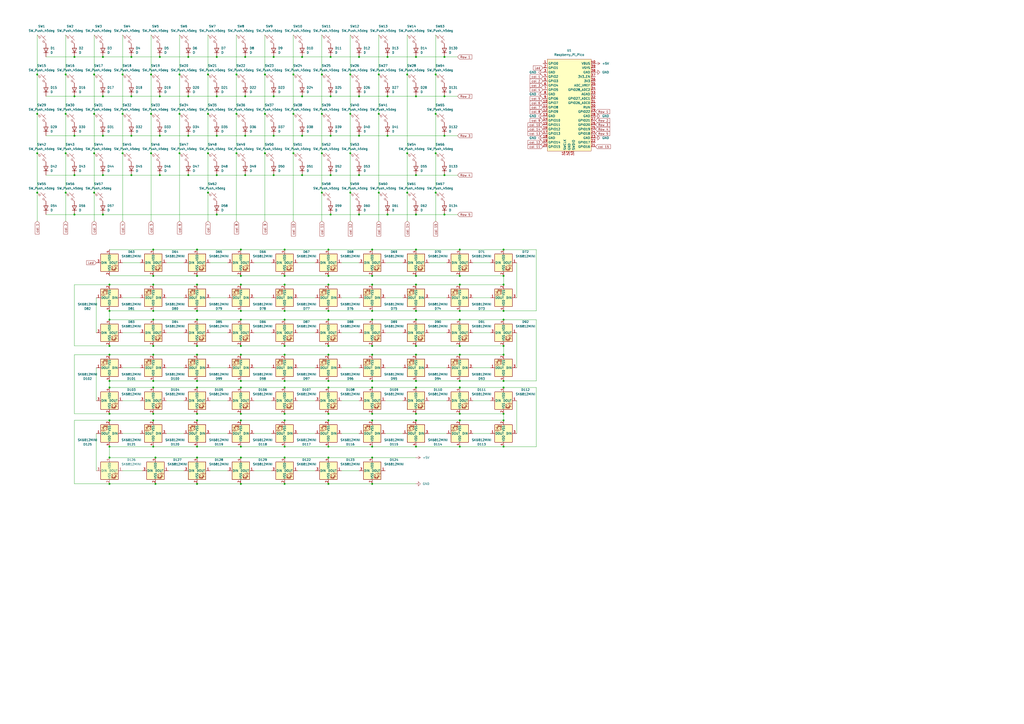
<source format=kicad_sch>
(kicad_sch (version 20250114) (generator "eeschema") (generator_version "9.0")
  (paper "A2")
  (junction (at 203.2 43.18))
  (junction (at 190.5 224.79))
  (junction (at 266.7 165.1))
  (junction (at 190.5 243.84))
  (junction (at 43.18 33.02))
  (junction (at 114.3 200.66))
  (junction (at 266.7 180.34))
  (junction (at 104.14 43.18))
  (junction (at 139.7 160.02))
  (junction (at 137.16 43.18))
  (junction (at 88.9 205.74))
  (junction (at 165.1 240.03))
  (junction (at 257.81 124.46))
  (junction (at 191.77 101.6))
  (junction (at 241.3 243.84))
  (junction (at 266.7 185.42))
  (junction (at 88.9 224.79))
  (junction (at 219.71 111.76))
  (junction (at 215.9 220.98))
  (junction (at 114.3 259.08))
  (junction (at 252.73 43.18))
  (junction (at 21.59 66.04))
  (junction (at 120.65 88.9))
  (junction (at 208.28 55.88))
  (junction (at 186.69 88.9))
  (junction (at 59.69 78.74))
  (junction (at 224.79 55.88))
  (junction (at 292.1 185.42))
  (junction (at 203.2 66.04))
  (junction (at 257.81 101.6))
  (junction (at 236.22 43.18))
  (junction (at 88.9 160.02))
  (junction (at 170.18 43.18))
  (junction (at 165.1 280.67))
  (junction (at 292.1 165.1))
  (junction (at 190.5 165.1))
  (junction (at 224.79 78.74))
  (junction (at 125.73 101.6))
  (junction (at 190.5 280.67))
  (junction (at 63.5 259.08))
  (junction (at 139.7 259.08))
  (junction (at 241.3 33.02))
  (junction (at 165.1 200.66))
  (junction (at 208.28 124.46))
  (junction (at 241.3 240.03))
  (junction (at 257.81 78.74))
  (junction (at 175.26 78.74))
  (junction (at 142.24 55.88))
  (junction (at 292.1 160.02))
  (junction (at 190.5 160.02))
  (junction (at 241.3 205.74))
  (junction (at 186.69 43.18))
  (junction (at 266.7 259.08))
  (junction (at 63.5 185.42))
  (junction (at 165.1 205.74))
  (junction (at 165.1 243.84))
  (junction (at 215.9 185.42))
  (junction (at 208.28 78.74))
  (junction (at 109.22 78.74))
  (junction (at 241.3 224.79))
  (junction (at 170.18 88.9))
  (junction (at 241.3 200.66))
  (junction (at 139.7 265.43))
  (junction (at 139.7 280.67))
  (junction (at 88.9 243.84))
  (junction (at 63.5 243.84))
  (junction (at 165.1 220.98))
  (junction (at 63.5 224.79))
  (junction (at 43.18 78.74))
  (junction (at 43.18 124.46))
  (junction (at 54.61 66.04))
  (junction (at 142.24 78.74))
  (junction (at 114.3 180.34))
  (junction (at 153.67 66.04))
  (junction (at 241.3 165.1))
  (junction (at 139.7 240.03))
  (junction (at 139.7 200.66))
  (junction (at 266.7 243.84))
  (junction (at 215.9 240.03))
  (junction (at 241.3 220.98))
  (junction (at 165.1 160.02))
  (junction (at 215.9 243.84))
  (junction (at 21.59 43.18))
  (junction (at 114.3 185.42))
  (junction (at 190.5 259.08))
  (junction (at 125.73 124.46))
  (junction (at 88.9 165.1))
  (junction (at 54.61 111.76))
  (junction (at 175.26 101.6))
  (junction (at 88.9 144.78))
  (junction (at 203.2 88.9))
  (junction (at 114.3 205.74))
  (junction (at 114.3 165.1))
  (junction (at 165.1 224.79))
  (junction (at 139.7 220.98))
  (junction (at 87.63 88.9))
  (junction (at 21.59 88.9))
  (junction (at 190.5 220.98))
  (junction (at 191.77 78.74))
  (junction (at 92.71 33.02))
  (junction (at 186.69 111.76))
  (junction (at 139.7 165.1))
  (junction (at 88.9 185.42))
  (junction (at 241.3 160.02))
  (junction (at 139.7 224.79))
  (junction (at 59.69 101.6))
  (junction (at 158.75 55.88))
  (junction (at 88.9 240.03))
  (junction (at 165.1 144.78))
  (junction (at 59.69 33.02))
  (junction (at 88.9 200.66))
  (junction (at 76.2 55.88))
  (junction (at 236.22 111.76))
  (junction (at 215.9 280.67))
  (junction (at 71.12 43.18))
  (junction (at 266.7 224.79))
  (junction (at 292.1 243.84))
  (junction (at 43.18 55.88))
  (junction (at 292.1 144.78))
  (junction (at 87.63 66.04))
  (junction (at 125.73 33.02))
  (junction (at 104.14 88.9))
  (junction (at 191.77 33.02))
  (junction (at 266.7 220.98))
  (junction (at 191.77 124.46))
  (junction (at 120.65 66.04))
  (junction (at 190.5 265.43))
  (junction (at 87.63 43.18))
  (junction (at 165.1 180.34))
  (junction (at 54.61 88.9))
  (junction (at 208.28 33.02))
  (junction (at 76.2 78.74))
  (junction (at 120.65 111.76))
  (junction (at 252.73 88.9))
  (junction (at 190.5 144.78))
  (junction (at 88.9 220.98))
  (junction (at 266.7 160.02))
  (junction (at 158.75 101.6))
  (junction (at 63.5 180.34))
  (junction (at 165.1 259.08))
  (junction (at 38.1 88.9))
  (junction (at 241.3 144.78))
  (junction (at 266.7 240.03))
  (junction (at 38.1 66.04))
  (junction (at 219.71 66.04))
  (junction (at 224.79 124.46))
  (junction (at 257.81 33.02))
  (junction (at 236.22 88.9))
  (junction (at 175.26 55.88))
  (junction (at 63.5 165.1))
  (junction (at 175.26 33.02))
  (junction (at 191.77 55.88))
  (junction (at 71.12 88.9))
  (junction (at 92.71 78.74))
  (junction (at 63.5 280.67))
  (junction (at 186.69 66.04))
  (junction (at 139.7 205.74))
  (junction (at 190.5 185.42))
  (junction (at 90.17 280.67))
  (junction (at 292.1 240.03))
  (junction (at 165.1 265.43))
  (junction (at 241.3 259.08))
  (junction (at 215.9 160.02))
  (junction (at 109.22 55.88))
  (junction (at 92.71 55.88))
  (junction (at 109.22 101.6))
  (junction (at 266.7 144.78))
  (junction (at 76.2 33.02))
  (junction (at 215.9 144.78))
  (junction (at 125.73 55.88))
  (junction (at 63.5 200.66))
  (junction (at 292.1 200.66))
  (junction (at 241.3 124.46))
  (junction (at 266.7 200.66))
  (junction (at 165.1 165.1))
  (junction (at 71.12 66.04))
  (junction (at 142.24 101.6))
  (junction (at 114.3 224.79))
  (junction (at 208.28 101.6))
  (junction (at 241.3 101.6))
  (junction (at 215.9 265.43))
  (junction (at 203.2 111.76))
  (junction (at 252.73 66.04))
  (junction (at 63.5 240.03))
  (junction (at 215.9 165.1))
  (junction (at 142.24 33.02))
  (junction (at 88.9 180.34))
  (junction (at 114.3 220.98))
  (junction (at 158.75 78.74))
  (junction (at 63.5 220.98))
  (junction (at 190.5 200.66))
  (junction (at 190.5 240.03))
  (junction (at 190.5 180.34))
  (junction (at 153.67 88.9))
  (junction (at 114.3 280.67))
  (junction (at 170.18 66.04))
  (junction (at 215.9 205.74))
  (junction (at 241.3 185.42))
  (junction (at 292.1 220.98))
  (junction (at 63.5 205.74))
  (junction (at 43.18 101.6))
  (junction (at 76.2 101.6))
  (junction (at 114.3 240.03))
  (junction (at 266.7 205.74))
  (junction (at 158.75 33.02))
  (junction (at 114.3 144.78))
  (junction (at 125.73 78.74))
  (junction (at 114.3 265.43))
  (junction (at 190.5 205.74))
  (junction (at 21.59 111.76))
  (junction (at 292.1 180.34))
  (junction (at 59.69 124.46))
  (junction (at 139.7 180.34))
  (junction (at 292.1 224.79))
  (junction (at 63.5 265.43))
  (junction (at 38.1 43.18))
  (junction (at 90.17 265.43))
  (junction (at 292.1 259.08))
  (junction (at 292.1 205.74))
  (junction (at 215.9 180.34))
  (junction (at 54.61 43.18))
  (junction (at 114.3 160.02))
  (junction (at 137.16 88.9))
  (junction (at 120.65 43.18))
  (junction (at 104.14 66.04))
  (junction (at 224.79 33.02))
  (junction (at 153.67 43.18))
  (junction (at 92.71 101.6))
  (junction (at 241.3 180.34))
  (junction (at 38.1 111.76))
  (junction (at 215.9 224.79))
  (junction (at 252.73 111.76))
  (junction (at 139.7 185.42))
  (junction (at 241.3 55.88))
  (junction (at 109.22 33.02))
  (junction (at 219.71 43.18))
  (junction (at 165.1 185.42))
  (junction (at 59.69 55.88))
  (junction (at 137.16 66.04))
  (junction (at 215.9 259.08))
  (junction (at 114.3 243.84))
  (junction (at 139.7 243.84))
  (junction (at 88.9 259.08))
  (junction (at 215.9 200.66))
  (junction (at 139.7 144.78))
  (junction (at 257.81 55.88))
  (wire (pts (xy 26.67 33.02) (xy 43.18 33.02)))
  (wire (pts (xy 190.5 259.08) (xy 165.1 259.08)))
  (wire (pts (xy 223.52 251.46) (xy 233.68 251.46)))
  (wire (pts (xy 63.5 240.03) (xy 88.9 240.03)))
  (wire (pts (xy 114.3 205.74) (xy 139.7 205.74)))
  (wire (pts (xy 190.5 205.74) (xy 215.9 205.74)))
  (wire (pts (xy 236.22 111.76) (xy 236.22 128.27)))
  (wire (pts (xy 165.1 144.78) (xy 190.5 144.78)))
  (wire (pts (xy 241.3 220.98) (xy 215.9 220.98)))
  (wire (pts (xy 76.2 55.88) (xy 92.71 55.88)))
  (wire (pts (xy 172.72 152.4) (xy 182.88 152.4)))
  (wire (pts (xy 165.1 200.66) (xy 190.5 200.66)))
  (wire (pts (xy 208.28 78.74) (xy 224.79 78.74)))
  (wire (pts (xy 223.52 232.41) (xy 233.68 232.41)))
  (wire (pts (xy 139.7 160.02) (xy 165.1 160.02)))
  (wire (pts (xy 190.5 180.34) (xy 165.1 180.34)))
  (wire (pts (xy 219.71 111.76) (xy 219.71 128.27)))
  (wire (pts (xy 165.1 240.03) (xy 190.5 240.03)))
  (wire (pts (xy 142.24 101.6) (xy 158.75 101.6)))
  (wire (pts (xy 208.28 101.6) (xy 241.3 101.6)))
  (wire (pts (xy 158.75 33.02) (xy 175.26 33.02)))
  (wire (pts (xy 92.71 33.02) (xy 109.22 33.02)))
  (wire (pts (xy 266.7 259.08) (xy 241.3 259.08)))
  (wire (pts (xy 43.18 205.74) (xy 43.18 240.03)))
  (wire (pts (xy 219.71 43.18) (xy 219.71 66.04)))
  (wire (pts (xy 54.61 43.18) (xy 54.61 66.04)))
  (wire (pts (xy 198.12 152.4) (xy 208.28 152.4)))
  (wire (pts (xy 21.59 111.76) (xy 21.59 128.27)))
  (wire (pts (xy 186.69 43.18) (xy 186.69 66.04)))
  (wire (pts (xy 71.12 251.46) (xy 81.28 251.46)))
  (wire (pts (xy 266.7 240.03) (xy 292.1 240.03)))
  (wire (pts (xy 147.32 193.04) (xy 157.48 193.04)))
  (wire (pts (xy 292.1 160.02) (xy 292.1 165.1)))
  (wire (pts (xy 241.3 205.74) (xy 266.7 205.74)))
  (wire (pts (xy 170.18 88.9) (xy 170.18 128.27)))
  (wire (pts (xy 96.52 172.72) (xy 106.68 172.72)))
  (wire (pts (xy 104.14 20.32) (xy 104.14 43.18)))
  (wire (pts (xy 292.1 200.66) (xy 292.1 205.74)))
  (wire (pts (xy 190.5 160.02) (xy 215.9 160.02)))
  (wire (pts (xy 241.3 101.6) (xy 257.81 101.6)))
  (wire (pts (xy 292.1 165.1) (xy 266.7 165.1)))
  (wire (pts (xy 120.65 88.9) (xy 120.65 111.76)))
  (wire (pts (xy 299.72 232.41) (xy 299.72 251.46)))
  (wire (pts (xy 215.9 265.43) (xy 241.3 265.43)))
  (wire (pts (xy 241.3 180.34) (xy 215.9 180.34)))
  (wire (pts (xy 215.9 165.1) (xy 190.5 165.1)))
  (wire (pts (xy 87.63 43.18) (xy 87.63 66.04)))
  (wire (pts (xy 153.67 20.32) (xy 153.67 43.18)))
  (wire (pts (xy 311.15 224.79) (xy 311.15 259.08)))
  (wire (pts (xy 38.1 88.9) (xy 38.1 111.76)))
  (wire (pts (xy 266.7 185.42) (xy 292.1 185.42)))
  (wire (pts (xy 215.9 280.67) (xy 241.3 280.67)))
  (wire (pts (xy 190.5 265.43) (xy 215.9 265.43)))
  (wire (pts (xy 96.52 152.4) (xy 106.68 152.4)))
  (wire (pts (xy 125.73 101.6) (xy 142.24 101.6)))
  (wire (pts (xy 139.7 144.78) (xy 165.1 144.78)))
  (wire (pts (xy 274.32 193.04) (xy 284.48 193.04)))
  (wire (pts (xy 55.88 213.36) (xy 55.88 232.41)))
  (wire (pts (xy 92.71 55.88) (xy 109.22 55.88)))
  (wire (pts (xy 241.3 55.88) (xy 257.81 55.88)))
  (wire (pts (xy 311.15 144.78) (xy 311.15 180.34)))
  (wire (pts (xy 241.3 224.79) (xy 266.7 224.79)))
  (wire (pts (xy 88.9 243.84) (xy 114.3 243.84)))
  (wire (pts (xy 165.1 160.02) (xy 190.5 160.02)))
  (wire (pts (xy 153.67 88.9) (xy 153.67 128.27)))
  (wire (pts (xy 139.7 240.03) (xy 165.1 240.03)))
  (wire (pts (xy 97.79 273.05) (xy 106.68 273.05)))
  (wire (pts (xy 139.7 220.98) (xy 114.3 220.98)))
  (wire (pts (xy 109.22 33.02) (xy 125.73 33.02)))
  (wire (pts (xy 153.67 43.18) (xy 153.67 66.04)))
  (wire (pts (xy 172.72 213.36) (xy 182.88 213.36)))
  (wire (pts (xy 292.1 185.42) (xy 311.15 185.42)))
  (wire (pts (xy 215.9 144.78) (xy 241.3 144.78)))
  (wire (pts (xy 224.79 124.46) (xy 241.3 124.46)))
  (wire (pts (xy 54.61 88.9) (xy 54.61 111.76)))
  (wire (pts (xy 266.7 224.79) (xy 292.1 224.79)))
  (wire (pts (xy 125.73 55.88) (xy 142.24 55.88)))
  (wire (pts (xy 158.75 78.74) (xy 175.26 78.74)))
  (wire (pts (xy 71.12 193.04) (xy 81.28 193.04)))
  (wire (pts (xy 63.5 220.98) (xy 63.5 224.79)))
  (wire (pts (xy 26.67 101.6) (xy 43.18 101.6)))
  (wire (pts (xy 165.1 265.43) (xy 190.5 265.43)))
  (wire (pts (xy 121.92 232.41) (xy 132.08 232.41)))
  (wire (pts (xy 165.1 280.67) (xy 190.5 280.67)))
  (wire (pts (xy 252.73 88.9) (xy 252.73 111.76)))
  (wire (pts (xy 55.88 251.46) (xy 55.88 273.05)))
  (wire (pts (xy 139.7 265.43) (xy 165.1 265.43)))
  (wire (pts (xy 175.26 33.02) (xy 191.77 33.02)))
  (wire (pts (xy 236.22 20.32) (xy 236.22 43.18)))
  (wire (pts (xy 43.18 101.6) (xy 59.69 101.6)))
  (wire (pts (xy 114.3 280.67) (xy 139.7 280.67)))
  (wire (pts (xy 215.9 220.98) (xy 190.5 220.98)))
  (wire (pts (xy 43.18 55.88) (xy 59.69 55.88)))
  (wire (pts (xy 266.7 200.66) (xy 292.1 200.66)))
  (wire (pts (xy 191.77 101.6) (xy 208.28 101.6)))
  (wire (pts (xy 96.52 213.36) (xy 106.68 213.36)))
  (wire (pts (xy 59.69 78.74) (xy 76.2 78.74)))
  (wire (pts (xy 104.14 43.18) (xy 104.14 66.04)))
  (wire (pts (xy 190.5 185.42) (xy 215.9 185.42)))
  (wire (pts (xy 137.16 20.32) (xy 137.16 43.18)))
  (wire (pts (xy 63.5 205.74) (xy 88.9 205.74)))
  (wire (pts (xy 114.3 144.78) (xy 139.7 144.78)))
  (wire (pts (xy 172.72 172.72) (xy 182.88 172.72)))
  (wire (pts (xy 114.3 259.08) (xy 88.9 259.08)))
  (wire (pts (xy 170.18 43.18) (xy 170.18 66.04)))
  (wire (pts (xy 223.52 172.72) (xy 233.68 172.72)))
  (wire (pts (xy 292.1 240.03) (xy 292.1 243.84)))
  (wire (pts (xy 63.5 200.66) (xy 88.9 200.66)))
  (wire (pts (xy 87.63 20.32) (xy 87.63 43.18)))
  (wire (pts (xy 224.79 55.88) (xy 241.3 55.88)))
  (wire (pts (xy 71.12 273.05) (xy 82.55 273.05)))
  (wire (pts (xy 190.5 240.03) (xy 215.9 240.03)))
  (wire (pts (xy 186.69 66.04) (xy 186.69 88.9)))
  (wire (pts (xy 241.3 259.08) (xy 215.9 259.08)))
  (wire (pts (xy 43.18 78.74) (xy 59.69 78.74)))
  (wire (pts (xy 170.18 20.32) (xy 170.18 43.18)))
  (wire (pts (xy 88.9 165.1) (xy 63.5 165.1)))
  (wire (pts (xy 63.5 265.43) (xy 90.17 265.43)))
  (wire (pts (xy 114.3 200.66) (xy 139.7 200.66)))
  (wire (pts (xy 252.73 66.04) (xy 252.73 88.9)))
  (wire (pts (xy 198.12 172.72) (xy 208.28 172.72)))
  (wire (pts (xy 63.5 160.02) (xy 88.9 160.02)))
  (wire (pts (xy 71.12 88.9) (xy 71.12 128.27)))
  (wire (pts (xy 266.7 144.78) (xy 292.1 144.78)))
  (wire (pts (xy 165.1 165.1) (xy 139.7 165.1)))
  (wire (pts (xy 104.14 66.04) (xy 104.14 88.9)))
  (wire (pts (xy 311.15 220.98) (xy 292.1 220.98)))
  (wire (pts (xy 63.5 259.08) (xy 63.5 265.43)))
  (wire (pts (xy 257.81 124.46) (xy 265.43 124.46)))
  (wire (pts (xy 38.1 20.32) (xy 38.1 43.18)))
  (wire (pts (xy 203.2 111.76) (xy 203.2 128.27)))
  (wire (pts (xy 76.2 33.02) (xy 92.71 33.02)))
  (wire (pts (xy 190.5 144.78) (xy 215.9 144.78)))
  (wire (pts (xy 121.92 273.05) (xy 132.08 273.05)))
  (wire (pts (xy 224.79 78.74) (xy 257.81 78.74)))
  (wire (pts (xy 137.16 66.04) (xy 137.16 88.9)))
  (wire (pts (xy 114.3 165.1) (xy 88.9 165.1)))
  (wire (pts (xy 125.73 124.46) (xy 191.77 124.46)))
  (wire (pts (xy 241.3 160.02) (xy 266.7 160.02)))
  (wire (pts (xy 248.92 213.36) (xy 259.08 213.36)))
  (wire (pts (xy 191.77 124.46) (xy 208.28 124.46)))
  (wire (pts (xy 59.69 55.88) (xy 76.2 55.88)))
  (wire (pts (xy 186.69 20.32) (xy 186.69 43.18)))
  (wire (pts (xy 208.28 33.02) (xy 224.79 33.02)))
  (wire (pts (xy 43.18 165.1) (xy 43.18 200.66)))
  (wire (pts (xy 96.52 232.41) (xy 106.68 232.41)))
  (wire (pts (xy 125.73 33.02) (xy 142.24 33.02)))
  (wire (pts (xy 208.28 124.46) (xy 224.79 124.46)))
  (wire (pts (xy 257.81 33.02) (xy 265.43 33.02)))
  (wire (pts (xy 63.5 165.1) (xy 43.18 165.1)))
  (wire (pts (xy 104.14 88.9) (xy 104.14 128.27)))
  (wire (pts (xy 142.24 55.88) (xy 158.75 55.88)))
  (wire (pts (xy 71.12 152.4) (xy 81.28 152.4)))
  (wire (pts (xy 139.7 200.66) (xy 165.1 200.66)))
  (wire (pts (xy 311.15 185.42) (xy 311.15 220.98)))
  (wire (pts (xy 121.92 193.04) (xy 132.08 193.04)))
  (wire (pts (xy 21.59 66.04) (xy 21.59 88.9)))
  (wire (pts (xy 215.9 224.79) (xy 241.3 224.79)))
  (wire (pts (xy 224.79 33.02) (xy 241.3 33.02)))
  (wire (pts (xy 252.73 43.18) (xy 252.73 66.04)))
  (wire (pts (xy 274.32 251.46) (xy 284.48 251.46)))
  (wire (pts (xy 203.2 66.04) (xy 203.2 88.9)))
  (wire (pts (xy 175.26 78.74) (xy 191.77 78.74)))
  (wire (pts (xy 274.32 213.36) (xy 284.48 213.36)))
  (wire (pts (xy 71.12 172.72) (xy 81.28 172.72)))
  (wire (pts (xy 190.5 280.67) (xy 215.9 280.67)))
  (wire (pts (xy 26.67 78.74) (xy 43.18 78.74)))
  (wire (pts (xy 88.9 259.08) (xy 63.5 259.08)))
  (wire (pts (xy 186.69 88.9) (xy 186.69 111.76)))
  (wire (pts (xy 274.32 232.41) (xy 284.48 232.41)))
  (wire (pts (xy 21.59 43.18) (xy 21.59 66.04)))
  (wire (pts (xy 241.3 200.66) (xy 266.7 200.66)))
  (wire (pts (xy 190.5 165.1) (xy 165.1 165.1)))
  (wire (pts (xy 219.71 66.04) (xy 219.71 111.76)))
  (wire (pts (xy 43.18 33.02) (xy 59.69 33.02)))
  (wire (pts (xy 114.3 220.98) (xy 88.9 220.98)))
  (wire (pts (xy 191.77 33.02) (xy 208.28 33.02)))
  (wire (pts (xy 241.3 185.42) (xy 266.7 185.42)))
  (wire (pts (xy 92.71 101.6) (xy 109.22 101.6)))
  (wire (pts (xy 241.3 240.03) (xy 266.7 240.03)))
  (wire (pts (xy 38.1 111.76) (xy 38.1 128.27)))
  (wire (pts (xy 266.7 220.98) (xy 241.3 220.98)))
  (wire (pts (xy 120.65 66.04) (xy 120.65 88.9)))
  (wire (pts (xy 43.18 200.66) (xy 63.5 200.66)))
  (wire (pts (xy 76.2 78.74) (xy 92.71 78.74)))
  (wire (pts (xy 114.3 224.79) (xy 139.7 224.79)))
  (wire (pts (xy 241.3 33.02) (xy 257.81 33.02)))
  (wire (pts (xy 63.5 180.34) (xy 63.5 185.42)))
  (wire (pts (xy 139.7 224.79) (xy 165.1 224.79)))
  (wire (pts (xy 165.1 220.98) (xy 139.7 220.98)))
  (wire (pts (xy 114.3 265.43) (xy 139.7 265.43)))
  (wire (pts (xy 147.32 152.4) (xy 157.48 152.4)))
  (wire (pts (xy 88.9 160.02) (xy 114.3 160.02)))
  (wire (pts (xy 191.77 78.74) (xy 208.28 78.74)))
  (wire (pts (xy 252.73 20.32) (xy 252.73 43.18)))
  (wire (pts (xy 139.7 180.34) (xy 114.3 180.34)))
  (wire (pts (xy 76.2 101.6) (xy 92.71 101.6)))
  (wire (pts (xy 147.32 172.72) (xy 157.48 172.72)))
  (wire (pts (xy 175.26 55.88) (xy 191.77 55.88)))
  (wire (pts (xy 248.92 152.4) (xy 259.08 152.4)))
  (wire (pts (xy 114.3 240.03) (xy 139.7 240.03)))
  (wire (pts (xy 139.7 259.08) (xy 114.3 259.08)))
  (wire (pts (xy 43.18 205.74) (xy 63.5 205.74)))
  (wire (pts (xy 114.3 180.34) (xy 88.9 180.34)))
  (wire (pts (xy 223.52 213.36) (xy 233.68 213.36)))
  (wire (pts (xy 88.9 144.78) (xy 114.3 144.78)))
  (wire (pts (xy 252.73 111.76) (xy 252.73 128.27)))
  (wire (pts (xy 147.32 251.46) (xy 157.48 251.46)))
  (wire (pts (xy 165.1 180.34) (xy 139.7 180.34)))
  (wire (pts (xy 137.16 43.18) (xy 137.16 66.04)))
  (wire (pts (xy 241.3 243.84) (xy 266.7 243.84)))
  (wire (pts (xy 203.2 88.9) (xy 203.2 111.76)))
  (wire (pts (xy 88.9 185.42) (xy 114.3 185.42)))
  (wire (pts (xy 26.67 55.88) (xy 43.18 55.88)))
  (wire (pts (xy 63.5 224.79) (xy 88.9 224.79)))
  (wire (pts (xy 21.59 20.32) (xy 21.59 43.18)))
  (wire (pts (xy 215.9 243.84) (xy 241.3 243.84)))
  (wire (pts (xy 38.1 43.18) (xy 38.1 66.04)))
  (wire (pts (xy 139.7 243.84) (xy 165.1 243.84)))
  (wire (pts (xy 87.63 88.9) (xy 87.63 128.27)))
  (wire (pts (xy 139.7 165.1) (xy 114.3 165.1)))
  (wire (pts (xy 88.9 243.84) (xy 63.5 243.84)))
  (wire (pts (xy 88.9 220.98) (xy 63.5 220.98)))
  (wire (pts (xy 139.7 280.67) (xy 165.1 280.67)))
  (wire (pts (xy 71.12 213.36) (xy 81.28 213.36)))
  (wire (pts (xy 292.1 180.34) (xy 266.7 180.34)))
  (wire (pts (xy 257.81 78.74) (xy 265.43 78.74)))
  (wire (pts (xy 43.18 280.67) (xy 63.5 280.67)))
  (wire (pts (xy 55.88 172.72) (xy 55.88 193.04)))
  (wire (pts (xy 215.9 180.34) (xy 190.5 180.34)))
  (wire (pts (xy 87.63 66.04) (xy 87.63 88.9)))
  (wire (pts (xy 299.72 152.4) (xy 299.72 172.72)))
  (wire (pts (xy 172.72 273.05) (xy 182.88 273.05)))
  (wire (pts (xy 165.1 243.84) (xy 190.5 243.84)))
  (wire (pts (xy 88.9 200.66) (xy 114.3 200.66)))
  (wire (pts (xy 190.5 220.98) (xy 165.1 220.98)))
  (wire (pts (xy 54.61 111.76) (xy 54.61 128.27)))
  (wire (pts (xy 190.5 243.84) (xy 215.9 243.84)))
  (wire (pts (xy 96.52 193.04) (xy 106.68 193.04)))
  (wire (pts (xy 208.28 55.88) (xy 224.79 55.88)))
  (wire (pts (xy 71.12 232.41) (xy 81.28 232.41)))
  (wire (pts (xy 292.1 144.78) (xy 311.15 144.78)))
  (wire (pts (xy 248.92 193.04) (xy 259.08 193.04)))
  (wire (pts (xy 248.92 172.72) (xy 259.08 172.72)))
  (wire (pts (xy 121.92 213.36) (xy 132.08 213.36)))
  (wire (pts (xy 248.92 251.46) (xy 259.08 251.46)))
  (wire (pts (xy 147.32 232.41) (xy 157.48 232.41)))
  (wire (pts (xy 223.52 193.04) (xy 233.68 193.04)))
  (wire (pts (xy 198.12 213.36) (xy 208.28 213.36)))
  (wire (pts (xy 190.5 200.66) (xy 215.9 200.66)))
  (wire (pts (xy 120.65 43.18) (xy 120.65 66.04)))
  (wire (pts (xy 88.9 180.34) (xy 63.5 180.34)))
  (wire (pts (xy 114.3 185.42) (xy 139.7 185.42)))
  (wire (pts (xy 88.9 224.79) (xy 114.3 224.79)))
  (wire (pts (xy 109.22 78.74) (xy 125.73 78.74)))
  (wire (pts (xy 71.12 43.18) (xy 71.12 66.04)))
  (wire (pts (xy 109.22 101.6) (xy 125.73 101.6)))
  (wire (pts (xy 114.3 243.84) (xy 139.7 243.84)))
  (wire (pts (xy 121.92 251.46) (xy 132.08 251.46)))
  (wire (pts (xy 158.75 55.88) (xy 175.26 55.88)))
  (wire (pts (xy 38.1 66.04) (xy 38.1 88.9)))
  (wire (pts (xy 266.7 205.74) (xy 292.1 205.74)))
  (wire (pts (xy 236.22 88.9) (xy 236.22 111.76)))
  (wire (pts (xy 114.3 160.02) (xy 139.7 160.02)))
  (wire (pts (xy 215.9 205.74) (xy 241.3 205.74)))
  (wire (pts (xy 59.69 101.6) (xy 76.2 101.6)))
  (wire (pts (xy 172.72 193.04) (xy 182.88 193.04)))
  (wire (pts (xy 219.71 20.32) (xy 219.71 43.18)))
  (wire (pts (xy 257.81 101.6) (xy 265.43 101.6)))
  (wire (pts (xy 121.92 152.4) (xy 132.08 152.4)))
  (wire (pts (xy 274.32 172.72) (xy 284.48 172.72)))
  (wire (pts (xy 21.59 88.9) (xy 21.59 111.76)))
  (wire (pts (xy 96.52 251.46) (xy 106.68 251.46)))
  (wire (pts (xy 137.16 88.9) (xy 137.16 128.27)))
  (wire (pts (xy 215.9 240.03) (xy 241.3 240.03)))
  (wire (pts (xy 125.73 78.74) (xy 142.24 78.74)))
  (wire (pts (xy 215.9 160.02) (xy 241.3 160.02)))
  (wire (pts (xy 120.65 111.76) (xy 120.65 128.27)))
  (wire (pts (xy 203.2 43.18) (xy 203.2 66.04)))
  (wire (pts (xy 120.65 20.32) (xy 120.65 43.18)))
  (wire (pts (xy 191.77 55.88) (xy 208.28 55.88)))
  (wire (pts (xy 165.1 205.74) (xy 190.5 205.74)))
  (wire (pts (xy 59.69 124.46) (xy 125.73 124.46)))
  (wire (pts (xy 43.18 240.03) (xy 63.5 240.03)))
  (wire (pts (xy 71.12 66.04) (xy 71.12 88.9)))
  (wire (pts (xy 266.7 165.1) (xy 241.3 165.1)))
  (wire (pts (xy 158.75 101.6) (xy 175.26 101.6)))
  (wire (pts (xy 215.9 259.08) (xy 190.5 259.08)))
  (wire (pts (xy 142.24 78.74) (xy 158.75 78.74)))
  (wire (pts (xy 54.61 20.32) (xy 54.61 43.18)))
  (wire (pts (xy 63.5 144.78) (xy 88.9 144.78)))
  (wire (pts (xy 92.71 78.74) (xy 109.22 78.74)))
  (wire (pts (xy 241.3 144.78) (xy 266.7 144.78)))
  (wire (pts (xy 142.24 33.02) (xy 158.75 33.02)))
  (wire (pts (xy 175.26 101.6) (xy 191.77 101.6)))
  (wire (pts (xy 198.12 273.05) (xy 208.28 273.05)))
  (wire (pts (xy 266.7 160.02) (xy 292.1 160.02)))
  (wire (pts (xy 172.72 232.41) (xy 182.88 232.41)))
  (wire (pts (xy 292.1 259.08) (xy 266.7 259.08)))
  (wire (pts (xy 292.1 224.79) (xy 311.15 224.79)))
  (wire (pts (xy 90.17 265.43) (xy 114.3 265.43)))
  (wire (pts (xy 299.72 193.04) (xy 299.72 213.36)))
  (wire (pts (xy 139.7 185.42) (xy 165.1 185.42)))
  (wire (pts (xy 63.5 243.84) (xy 43.18 243.84)))
  (wire (pts (xy 266.7 243.84) (xy 292.1 243.84)))
  (wire (pts (xy 165.1 185.42) (xy 190.5 185.42)))
  (wire (pts (xy 165.1 259.08) (xy 139.7 259.08)))
  (wire (pts (xy 147.32 273.05) (xy 157.48 273.05)))
  (wire (pts (xy 203.2 20.32) (xy 203.2 43.18)))
  (wire (pts (xy 186.69 111.76) (xy 186.69 128.27)))
  (wire (pts (xy 292.1 220.98) (xy 266.7 220.98)))
  (wire (pts (xy 248.92 232.41) (xy 259.08 232.41)))
  (wire (pts (xy 71.12 20.32) (xy 71.12 43.18)))
  (wire (pts (xy 223.52 152.4) (xy 233.68 152.4)))
  (wire (pts (xy 170.18 66.04) (xy 170.18 88.9)))
  (wire (pts (xy 63.5 185.42) (xy 88.9 185.42)))
  (wire (pts (xy 241.3 165.1) (xy 215.9 165.1)))
  (wire (pts (xy 139.7 205.74) (xy 165.1 205.74)))
  (wire (pts (xy 236.22 43.18) (xy 236.22 88.9)))
  (wire (pts (xy 311.15 259.08) (xy 292.1 259.08)))
  (wire (pts (xy 215.9 185.42) (xy 241.3 185.42)))
  (wire (pts (xy 43.18 124.46) (xy 59.69 124.46)))
  (wire (pts (xy 311.15 180.34) (xy 292.1 180.34)))
  (wire (pts (xy 63.5 280.67) (xy 90.17 280.67)))
  (wire (pts (xy 54.61 66.04) (xy 54.61 88.9)))
  (wire (pts (xy 257.81 55.88) (xy 265.43 55.88)))
  (wire (pts (xy 153.67 66.04) (xy 153.67 88.9)))
  (wire (pts (xy 147.32 213.36) (xy 157.48 213.36)))
  (wire (pts (xy 198.12 232.41) (xy 208.28 232.41)))
  (wire (pts (xy 274.32 152.4) (xy 284.48 152.4)))
  (wire (pts (xy 109.22 55.88) (xy 125.73 55.88)))
  (wire (pts (xy 90.17 280.67) (xy 114.3 280.67)))
  (wire (pts (xy 165.1 224.79) (xy 190.5 224.79)))
  (wire (pts (xy 198.12 251.46) (xy 208.28 251.46)))
  (wire (pts (xy 198.12 193.04) (xy 208.28 193.04)))
  (wire (pts (xy 26.67 124.46) (xy 43.18 124.46)))
  (wire (pts (xy 266.7 180.34) (xy 241.3 180.34)))
  (wire (pts (xy 190.5 224.79) (xy 215.9 224.79)))
  (wire (pts (xy 43.18 243.84) (xy 43.18 280.67)))
  (wire (pts (xy 59.69 33.02) (xy 76.2 33.02)))
  (wire (pts (xy 88.9 205.74) (xy 114.3 205.74)))
  (wire (pts (xy 241.3 124.46) (xy 257.81 124.46)))
  (wire (pts (xy 121.92 172.72) (xy 132.08 172.72)))
  (wire (pts (xy 215.9 200.66) (xy 241.3 200.66)))
  (wire (pts (xy 88.9 240.03) (xy 114.3 240.03)))
  (wire (pts (xy 172.72 251.46) (xy 182.88 251.46)))
  (global_label "col 14" (shape input) (at 314.96 74.93 180) (property "Intersheetrefs" "${INTERSHEET_REFS}" (at 305.6854 74.93 0) (effects (justify right))))
  (global_label "col 12" (shape input) (at 314.96 82.55 180) (property "Intersheetrefs" "${INTERSHEET_REFS}" (at 305.6854 82.55 0) (effects (justify right))))
  (global_label "col 15" (shape input) (at 345.44 85.09 0) (property "Intersheetrefs" "${INTERSHEET_REFS}" (at 354.7146 85.09 0) (effects (justify left))))
  (global_label "col 11" (shape input) (at 186.69 128.27 270) (property "Intersheetrefs" "${INTERSHEET_REFS}" (at 186.69 137.5446 90) (effects (justify right))))
  (global_label "col 15" (shape input) (at 252.73 128.27 270) (property "Intersheetrefs" "${INTERSHEET_REFS}" (at 252.73 137.5446 90) (effects (justify right))))
  (global_label "Row 1" (shape input) (at 345.44 64.77 0) (property "Intersheetrefs" "${INTERSHEET_REFS}" (at 354.3518 64.77 0) (effects (justify left))))
  (global_label "col 13" (shape input) (at 314.96 77.47 180) (property "Intersheetrefs" "${INTERSHEET_REFS}" (at 305.6854 77.47 0) (effects (justify right))))
  (global_label "col 5" (shape input) (at 87.63 128.27 270) (property "Intersheetrefs" "${INTERSHEET_REFS}" (at 87.63 136.3351 90) (effects (justify right))))
  (global_label "col 11" (shape input) (at 314.96 85.09 180) (property "Intersheetrefs" "${INTERSHEET_REFS}" (at 305.6854 85.09 0) (effects (justify right))))
  (global_label "col 6" (shape input) (at 104.14 128.27 270) (property "Intersheetrefs" "${INTERSHEET_REFS}" (at 104.14 136.3351 90) (effects (justify right))))
  (global_label "col 9" (shape input) (at 153.67 128.27 270) (property "Intersheetrefs" "${INTERSHEET_REFS}" (at 153.67 136.3351 90) (effects (justify right))))
  (global_label "Row 5" (shape input) (at 265.43 124.46 0) (property "Intersheetrefs" "${INTERSHEET_REFS}" (at 274.3418 124.46 0) (effects (justify left))))
  (global_label "col 5" (shape input) (at 314.96 57.15 180) (property "Intersheetrefs" "${INTERSHEET_REFS}" (at 306.8949 57.15 0) (effects (justify right))))
  (global_label "Row 3" (shape input) (at 265.43 78.74 0) (property "Intersheetrefs" "${INTERSHEET_REFS}" (at 274.3418 78.74 0) (effects (justify left))))
  (global_label "Row 3" (shape input) (at 345.44 72.39 0) (property "Intersheetrefs" "${INTERSHEET_REFS}" (at 354.3518 72.39 0) (effects (justify left))))
  (global_label "col 8" (shape input) (at 137.16 128.27 270) (property "Intersheetrefs" "${INTERSHEET_REFS}" (at 137.16 136.3351 90) (effects (justify right))))
  (global_label "Row 4" (shape input) (at 345.44 74.93 0) (property "Intersheetrefs" "${INTERSHEET_REFS}" (at 354.3518 74.93 0) (effects (justify left))))
  (global_label "Row 4" (shape input) (at 265.43 101.6 0) (property "Intersheetrefs" "${INTERSHEET_REFS}" (at 274.3418 101.6 0) (effects (justify left))))
  (global_label "col 8" (shape input) (at 314.96 64.77 180) (property "Intersheetrefs" "${INTERSHEET_REFS}" (at 306.8949 64.77 0) (effects (justify right))))
  (global_label "col 3" (shape input) (at 54.61 128.27 270) (property "Intersheetrefs" "${INTERSHEET_REFS}" (at 54.61 136.3351 90) (effects (justify right))))
  (global_label "col 9" (shape input) (at 314.96 69.85 180) (property "Intersheetrefs" "${INTERSHEET_REFS}" (at 306.8949 69.85 0) (effects (justify right))))
  (global_label "Led" (shape input) (at 314.96 39.37 180) (property "Intersheetrefs" "${INTERSHEET_REFS}" (at 308.7091 39.37 0) (effects (justify right))))
  (global_label "col 10" (shape input) (at 170.18 128.27 270) (property "Intersheetrefs" "${INTERSHEET_REFS}" (at 170.18 137.5446 90) (effects (justify right))))
  (global_label "col 13" (shape input) (at 219.71 128.27 270) (property "Intersheetrefs" "${INTERSHEET_REFS}" (at 219.71 137.5446 90) (effects (justify right))))
  (global_label "Row 2" (shape input) (at 345.44 69.85 0) (property "Intersheetrefs" "${INTERSHEET_REFS}" (at 354.3518 69.85 0) (effects (justify left))))
  (global_label "col 2" (shape input) (at 38.1 128.27 270) (property "Intersheetrefs" "${INTERSHEET_REFS}" (at 38.1 136.3351 90) (effects (justify right))))
  (global_label "col 3" (shape input) (at 314.96 49.53 180) (property "Intersheetrefs" "${INTERSHEET_REFS}" (at 306.8949 49.53 0) (effects (justify right))))
  (global_label "col 14" (shape input) (at 236.22 128.27 270) (property "Intersheetrefs" "${INTERSHEET_REFS}" (at 236.22 137.5446 90) (effects (justify right))))
  (global_label "Row 1" (shape input) (at 265.43 33.02 0) (property "Intersheetrefs" "${INTERSHEET_REFS}" (at 274.3418 33.02 0) (effects (justify left))))
  (global_label "Led" (shape input) (at 55.88 152.4 180) (property "Intersheetrefs" "${INTERSHEET_REFS}" (at 49.6291 152.4 0) (effects (justify right))))
  (global_label "col 6" (shape input) (at 314.96 59.69 180) (property "Intersheetrefs" "${INTERSHEET_REFS}" (at 306.8949 59.69 0) (effects (justify right))))
  (global_label "col 12" (shape input) (at 203.2 128.27 270) (property "Intersheetrefs" "${INTERSHEET_REFS}" (at 203.2 137.5446 90) (effects (justify right))))
  (global_label "col 4" (shape input) (at 71.12 128.27 270) (property "Intersheetrefs" "${INTERSHEET_REFS}" (at 71.12 136.3351 90) (effects (justify right))))
  (global_label "col 7" (shape input) (at 120.65 128.27 270) (property "Intersheetrefs" "${INTERSHEET_REFS}" (at 120.65 136.3351 90) (effects (justify right))))
  (global_label "Row 2" (shape input) (at 265.43 55.88 0) (property "Intersheetrefs" "${INTERSHEET_REFS}" (at 274.3418 55.88 0) (effects (justify left))))
  (global_label "col 4" (shape input) (at 314.96 52.07 180) (property "Intersheetrefs" "${INTERSHEET_REFS}" (at 306.8949 52.07 0) (effects (justify right))))
  (global_label "col 2" (shape input) (at 314.96 46.99 180) (property "Intersheetrefs" "${INTERSHEET_REFS}" (at 306.8949 46.99 0) (effects (justify right))))
  (global_label "Row 5" (shape input) (at 345.44 77.47 0) (property "Intersheetrefs" "${INTERSHEET_REFS}" (at 354.3518 77.47 0) (effects (justify left))))
  (global_label "col 1" (shape input) (at 314.96 44.45 180) (property "Intersheetrefs" "${INTERSHEET_REFS}" (at 306.8949 44.45 0) (effects (justify right))))
  (global_label "col 10" (shape input) (at 314.96 72.39 180) (property "Intersheetrefs" "${INTERSHEET_REFS}" (at 305.6854 72.39 0) (effects (justify right))))
  (global_label "col 1" (shape input) (at 21.59 128.27 270) (property "Intersheetrefs" "${INTERSHEET_REFS}" (at 21.59 136.3351 90) (effects (justify right))))
  (global_label "col 7" (shape input) (at 314.96 62.23 180) (property "Intersheetrefs" "${INTERSHEET_REFS}" (at 306.8949 62.23 0) (effects (justify right))))
  (symbol (lib_id "Switch:SW_Push_45deg") (at 139.7 22.86 0) (unit 1)
    (property "Reference" "SW8" (at 139.7 15.24 0))
    (property "Value" "SW_Push_45deg" (at 139.7 17.78 0))
    (property "Footprint" "ScottoKeebs_Hotswap:Hotswap_MX_1.00u" (effects (hide yes)))
    (property "Description" "Push button switch, normally open, two pins, 45° tilted" (effects (hide yes)))
  )
  (symbol (lib_id "Switch:SW_Push_45deg") (at 205.74 45.72 0) (unit 1)
    (property "Reference" "SW26" (at 205.74 38.1 0))
    (property "Value" "SW_Push_45deg" (at 205.74 40.64 0))
    (property "Footprint" "ScottoKeebs_Hotswap:Hotswap_MX_1.00u" (effects (hide yes)))
    (property "Description" "Push button switch, normally open, two pins, 45° tilted" (effects (hide yes)))
  )
  (symbol (lib_id "power:GND") (at 314.96 41.91 270) (unit 1)
    (property "Reference" "#PWR03" (effects (hide yes)))
    (property "Value" "GND" (at 311.15 41.9099 90) (effects (justify right)))
    (property "Description" "Power symbol creates a global label with name \"GND\" , ground" (effects (hide yes)))
  )
  (symbol (lib_id "LED:SK6812MINI") (at 241.3 152.4 0) (unit 1)
    (property "Reference" "D70" (at 254 146.0814 0))
    (property "Value" "SK6812MINI" (at 254 148.6214 0))
    (property "Footprint" "reverse led:SK6812-MINI-E" (effects (hide yes)))
    (property "Datasheet" "https://cdn-shop.adafruit.com/product-files/2686/SK6812MINI_REV.01-1-2.pdf" (effects (hide yes)))
    (property "Description" "RGB LED with integrated controller" (effects (hide yes)))
  )
  (symbol (lib_id "Device:D") (at 142.24 74.93 90) (unit 1)
    (property "Reference" "D36" (at 144.78 73.6599 90) (effects (justify right)))
    (property "Value" "D" (at 144.78 76.1999 90) (effects (justify right)))
    (property "Footprint" "Diode_THT:D_DO-35_SOD27_P7.62mm_Horizontal" (effects (hide yes)))
    (property "Description" "Diode" (effects (hide yes)))
    (property "Sim.Device" "D" (effects (hide yes)))
    (property "Sim.Pins" "1=K 2=A" (effects (hide yes)))
  )
  (symbol (lib_id "LED:SK6812MINI") (at 215.9 193.04 0) (unit 1)
    (property "Reference" "D89" (at 228.6 186.7214 0))
    (property "Value" "SK6812MINI" (at 228.6 189.2614 0))
    (property "Footprint" "reverse led:SK6812-MINI-E" (effects (hide yes)))
    (property "Datasheet" "https://cdn-shop.adafruit.com/product-files/2686/SK6812MINI_REV.01-1-2.pdf" (effects (hide yes)))
    (property "Description" "RGB LED with integrated controller" (effects (hide yes)))
  )
  (symbol (lib_id "LED:SK6812MINI") (at 266.7 251.46 180) (unit 1)
    (property "Reference" "D114" (at 254 257.7786 0))
    (property "Value" "SK6812MINI" (at 254 255.2386 0))
    (property "Footprint" "reverse led:SK6812-MINI-E" (effects (hide yes)))
    (property "Datasheet" "https://cdn-shop.adafruit.com/product-files/2686/SK6812MINI_REV.01-1-2.pdf" (effects (hide yes)))
    (property "Description" "RGB LED with integrated controller" (effects (hide yes)))
  )
  (symbol (lib_id "Switch:SW_Push_45deg") (at 139.7 91.44 0) (unit 1)
    (property "Reference" "SW49" (at 139.7 83.82 0))
    (property "Value" "SW_Push_45deg" (at 139.7 86.36 0))
    (property "Footprint" "ScottoKeebs_Hotswap:Hotswap_MX_1.00u" (effects (hide yes)))
    (property "Description" "Push button switch, normally open, two pins, 45° tilted" (effects (hide yes)))
  )
  (symbol (lib_id "Switch:SW_Push_45deg") (at 123.19 68.58 0) (unit 1)
    (property "Reference" "SW35" (at 123.19 60.96 0))
    (property "Value" "SW_Push_45deg" (at 123.19 63.5 0))
    (property "Footprint" "ScottoKeebs_Hotswap:Hotswap_MX_1.00u" (effects (hide yes)))
    (property "Description" "Push button switch, normally open, two pins, 45° tilted" (effects (hide yes)))
  )
  (symbol (lib_id "Switch:SW_Push_45deg") (at 106.68 91.44 0) (unit 1)
    (property "Reference" "SW47" (at 106.68 83.82 0))
    (property "Value" "SW_Push_45deg" (at 106.68 86.36 0))
    (property "Footprint" "ScottoKeebs_Hotswap:Hotswap_MX_1.00u" (effects (hide yes)))
    (property "Description" "Push button switch, normally open, two pins, 45° tilted" (effects (hide yes)))
  )
  (symbol (lib_id "Switch:SW_Push_45deg") (at 73.66 91.44 0) (unit 1)
    (property "Reference" "SW45" (at 73.66 83.82 0))
    (property "Value" "SW_Push_45deg" (at 73.66 86.36 0))
    (property "Footprint" "ScottoKeebs_Hotswap:Hotswap_MX_1.00u" (effects (hide yes)))
    (property "Description" "Push button switch, normally open, two pins, 45° tilted" (effects (hide yes)))
  )
  (symbol (lib_id "Device:D") (at 125.73 74.93 90) (unit 1)
    (property "Reference" "D35" (at 128.27 73.6599 90) (effects (justify right)))
    (property "Value" "D" (at 128.27 76.1999 90) (effects (justify right)))
    (property "Footprint" "Diode_THT:D_DO-35_SOD27_P7.62mm_Horizontal" (effects (hide yes)))
    (property "Description" "Diode" (effects (hide yes)))
    (property "Sim.Device" "D" (effects (hide yes)))
    (property "Sim.Pins" "1=K 2=A" (effects (hide yes)))
  )
  (symbol (lib_id "Device:D") (at 125.73 29.21 90) (unit 1)
    (property "Reference" "D7" (at 128.27 27.9399 90) (effects (justify right)))
    (property "Value" "D" (at 128.27 30.4799 90) (effects (justify right)))
    (property "Footprint" "Diode_THT:D_DO-35_SOD27_P7.62mm_Horizontal" (effects (hide yes)))
    (property "Description" "Diode" (effects (hide yes)))
    (property "Sim.Device" "D" (effects (hide yes)))
    (property "Sim.Pins" "1=K 2=A" (effects (hide yes)))
  )
  (symbol (lib_id "Switch:SW_Push_45deg") (at 205.74 68.58 0) (unit 1)
    (property "Reference" "SW40" (at 205.74 60.96 0))
    (property "Value" "SW_Push_45deg" (at 205.74 63.5 0))
    (property "Footprint" "ScottoKeebs_Hotswap:Hotswap_MX_1.00u" (effects (hide yes)))
    (property "Description" "Push button switch, normally open, two pins, 45° tilted" (effects (hide yes)))
  )
  (symbol (lib_id "Switch:SW_Push_45deg") (at 90.17 45.72 0) (unit 1)
    (property "Reference" "SW19" (at 90.17 38.1 0))
    (property "Value" "SW_Push_45deg" (at 90.17 40.64 0))
    (property "Footprint" "ScottoKeebs_Hotswap:Hotswap_MX_1.00u" (effects (hide yes)))
    (property "Description" "Push button switch, normally open, two pins, 45° tilted" (effects (hide yes)))
  )
  (symbol (lib_id "LED:SK6812MINI") (at 165.1 193.04 0) (unit 1)
    (property "Reference" "D87" (at 177.8 186.7214 0))
    (property "Value" "SK6812MINI" (at 177.8 189.2614 0))
    (property "Footprint" "reverse led:SK6812-MINI-E" (effects (hide yes)))
    (property "Datasheet" "https://cdn-shop.adafruit.com/product-files/2686/SK6812MINI_REV.01-1-2.pdf" (effects (hide yes)))
    (property "Description" "RGB LED with integrated controller" (effects (hide yes)))
  )
  (symbol (lib_id "LED:SK6812MINI") (at 90.17 273.05 0) (unit 1)
    (property "Reference" "D127" (at 102.87 266.7314 0))
    (property "Value" "SK6812MINI" (at 102.87 269.2714 0))
    (property "Footprint" "reverse led:SK6812-MINI-E" (effects (hide yes)))
    (property "Datasheet" "https://cdn-shop.adafruit.com/product-files/2686/SK6812MINI_REV.01-1-2.pdf" (effects (hide yes)))
    (property "Description" "RGB LED with integrated controller" (effects (hide yes)))
  )
  (symbol (lib_id "LED:SK6812MINI") (at 63.5 273.05 0) (unit 1)
    (property "Reference" "D126" (at 76.2 266.7314 0))
    (property "Value" "SK6812MINI" (at 76.2 269.2714 0))
    (property "Footprint" "reverse led:SK6812-MINI-E" (effects (hide yes)))
    (property "Datasheet" "https://cdn-shop.adafruit.com/product-files/2686/SK6812MINI_REV.01-1-2.pdf" (effects (hide yes)))
    (property "Description" "RGB LED with integrated controller" (effects (hide yes)))
  )
  (symbol (lib_id "Switch:SW_Push_45deg") (at 57.15 68.58 0) (unit 1)
    (property "Reference" "SW31" (at 57.15 60.96 0))
    (property "Value" "SW_Push_45deg" (at 57.15 63.5 0))
    (property "Footprint" "ScottoKeebs_Hotswap:Hotswap_MX_1.00u" (effects (hide yes)))
    (property "Description" "Push button switch, normally open, two pins, 45° tilted" (effects (hide yes)))
  )
  (symbol (lib_id "LED:SK6812MINI") (at 139.7 232.41 0) (unit 1)
    (property "Reference" "D106" (at 152.4 226.0914 0))
    (property "Value" "SK6812MINI" (at 152.4 228.6314 0))
    (property "Footprint" "reverse led:SK6812-MINI-E" (effects (hide yes)))
    (property "Datasheet" "https://cdn-shop.adafruit.com/product-files/2686/SK6812MINI_REV.01-1-2.pdf" (effects (hide yes)))
    (property "Description" "RGB LED with integrated controller" (effects (hide yes)))
  )
  (symbol (lib_id "Device:D") (at 208.28 74.93 90) (unit 1)
    (property "Reference" "D40" (at 210.82 73.6599 90) (effects (justify right)))
    (property "Value" "D" (at 210.82 76.1999 90) (effects (justify right)))
    (property "Footprint" "Diode_THT:D_DO-35_SOD27_P7.62mm_Horizontal" (effects (hide yes)))
    (property "Description" "Diode" (effects (hide yes)))
    (property "Sim.Device" "D" (effects (hide yes)))
    (property "Sim.Pins" "1=K 2=A" (effects (hide yes)))
  )
  (symbol (lib_id "LED:SK6812MINI") (at 165.1 152.4 0) (unit 1)
    (property "Reference" "D67" (at 177.8 146.0814 0))
    (property "Value" "SK6812MINI" (at 177.8 148.6214 0))
    (property "Footprint" "reverse led:SK6812-MINI-E" (effects (hide yes)))
    (property "Datasheet" "https://cdn-shop.adafruit.com/product-files/2686/SK6812MINI_REV.01-1-2.pdf" (effects (hide yes)))
    (property "Description" "RGB LED with integrated controller" (effects (hide yes)))
  )
  (symbol (lib_id "LED:SK6812MINI") (at 88.9 152.4 0) (unit 1)
    (property "Reference" "D64" (at 101.6 146.0814 0))
    (property "Value" "SK6812MINI" (at 101.6 148.6214 0))
    (property "Footprint" "reverse led:SK6812-MINI-E" (effects (hide yes)))
    (property "Datasheet" "https://cdn-shop.adafruit.com/product-files/2686/SK6812MINI_REV.01-1-2.pdf" (effects (hide yes)))
    (property "Description" "RGB LED with integrated controller" (effects (hide yes)))
  )
  (symbol (lib_id "Device:D") (at 109.22 97.79 90) (unit 1)
    (property "Reference" "D47" (at 111.76 96.5199 90) (effects (justify right)))
    (property "Value" "D" (at 111.76 99.0599 90) (effects (justify right)))
    (property "Footprint" "Diode_THT:D_DO-35_SOD27_P7.62mm_Horizontal" (effects (hide yes)))
    (property "Description" "Diode" (effects (hide yes)))
    (property "Sim.Device" "D" (effects (hide yes)))
    (property "Sim.Pins" "1=K 2=A" (effects (hide yes)))
  )
  (symbol (lib_id "LED:SK6812MINI") (at 292.1 232.41 0) (unit 1)
    (property "Reference" "D112" (at 304.8 226.0914 0))
    (property "Value" "SK6812MINI" (at 304.8 228.6314 0))
    (property "Footprint" "reverse led:SK6812-MINI-E" (effects (hide yes)))
    (property "Datasheet" "https://cdn-shop.adafruit.com/product-files/2686/SK6812MINI_REV.01-1-2.pdf" (effects (hide yes)))
    (property "Description" "RGB LED with integrated controller" (effects (hide yes)))
  )
  (symbol (lib_id "LED:SK6812MINI") (at 139.7 213.36 180) (unit 1)
    (property "Reference" "D99" (at 127 219.6786 0))
    (property "Value" "SK6812MINI" (at 127 217.1386 0))
    (property "Footprint" "reverse led:SK6812-MINI-E" (effects (hide yes)))
    (property "Datasheet" "https://cdn-shop.adafruit.com/product-files/2686/SK6812MINI_REV.01-1-2.pdf" (effects (hide yes)))
    (property "Description" "RGB LED with integrated controller" (effects (hide yes)))
  )
  (symbol (lib_id "Switch:SW_Push_45deg") (at 73.66 45.72 0) (unit 1)
    (property "Reference" "SW18" (at 73.66 38.1 0))
    (property "Value" "SW_Push_45deg" (at 73.66 40.64 0))
    (property "Footprint" "ScottoKeebs_Hotswap:Hotswap_MX_1.00u" (effects (hide yes)))
    (property "Description" "Push button switch, normally open, two pins, 45° tilted" (effects (hide yes)))
  )
  (symbol (lib_id "Switch:SW_Push_45deg") (at 255.27 22.86 0) (unit 1)
    (property "Reference" "SW63" (at 255.27 15.24 0))
    (property "Value" "SW_Push_45deg" (at 255.27 17.78 0))
    (property "Footprint" "ScottoKeebs_Hotswap:Hotswap_MX_1.00u" (effects (hide yes)))
    (property "Description" "Push button switch, normally open, two pins, 45° tilted" (effects (hide yes)))
  )
  (symbol (lib_id "Device:D") (at 224.79 120.65 90) (unit 1)
    (property "Reference" "D61" (at 227.33 119.3799 90) (effects (justify right)))
    (property "Value" "D" (at 227.33 121.9199 90) (effects (justify right)))
    (property "Footprint" "Diode_THT:D_DO-35_SOD27_P7.62mm_Horizontal" (effects (hide yes)))
    (property "Description" "Diode" (effects (hide yes)))
    (property "Sim.Device" "D" (effects (hide yes)))
    (property "Sim.Pins" "1=K 2=A" (effects (hide yes)))
  )
  (symbol (lib_id "LED:SK6812MINI") (at 88.9 172.72 180) (unit 1)
    (property "Reference" "D81" (at 76.2 179.0386 0))
    (property "Value" "SK6812MINI" (at 76.2 176.4986 0))
    (property "Footprint" "reverse led:SK6812-MINI-E" (effects (hide yes)))
    (property "Datasheet" "https://cdn-shop.adafruit.com/product-files/2686/SK6812MINI_REV.01-1-2.pdf" (effects (hide yes)))
    (property "Description" "RGB LED with integrated controller" (effects (hide yes)))
  )
  (symbol (lib_id "Switch:SW_Push_45deg") (at 24.13 91.44 0) (unit 1)
    (property "Reference" "SW42" (at 24.13 83.82 0))
    (property "Value" "SW_Push_45deg" (at 24.13 86.36 0))
    (property "Footprint" "ScottoKeebs_Hotswap:Hotswap_MX_1.25u" (effects (hide yes)))
    (property "Description" "Push button switch, normally open, two pins, 45° tilted" (effects (hide yes)))
  )
  (symbol (lib_id "LED:SK6812MINI") (at 190.5 193.04 0) (unit 1)
    (property "Reference" "D88" (at 203.2 186.7214 0))
    (property "Value" "SK6812MINI" (at 203.2 189.2614 0))
    (property "Footprint" "reverse led:SK6812-MINI-E" (effects (hide yes)))
    (property "Datasheet" "https://cdn-shop.adafruit.com/product-files/2686/SK6812MINI_REV.01-1-2.pdf" (effects (hide yes)))
    (property "Description" "RGB LED with integrated controller" (effects (hide yes)))
  )
  (symbol (lib_id "LED:SK6812MINI") (at 63.5 172.72 180) (unit 1)
    (property "Reference" "D82" (at 50.8 179.0386 0))
    (property "Value" "SK6812MINI" (at 50.8 176.4986 0))
    (property "Footprint" "reverse led:SK6812-MINI-E" (effects (hide yes)))
    (property "Datasheet" "https://cdn-shop.adafruit.com/product-files/2686/SK6812MINI_REV.01-1-2.pdf" (effects (hide yes)))
    (property "Description" "RGB LED with integrated controller" (effects (hide yes)))
  )
  (symbol (lib_id "LED:SK6812MINI") (at 139.7 193.04 0) (unit 1)
    (property "Reference" "D86" (at 152.4 186.7214 0))
    (property "Value" "SK6812MINI" (at 152.4 189.2614 0))
    (property "Footprint" "reverse led:SK6812-MINI-E" (effects (hide yes)))
    (property "Datasheet" "https://cdn-shop.adafruit.com/product-files/2686/SK6812MINI_REV.01-1-2.pdf" (effects (hide yes)))
    (property "Description" "RGB LED with integrated controller" (effects (hide yes)))
  )
  (symbol (lib_id "LED:SK6812MINI") (at 241.3 172.72 180) (unit 1)
    (property "Reference" "D75" (at 228.6 179.0386 0))
    (property "Value" "SK6812MINI" (at 228.6 176.4986 0))
    (property "Footprint" "reverse led:SK6812-MINI-E" (effects (hide yes)))
    (property "Datasheet" "https://cdn-shop.adafruit.com/product-files/2686/SK6812MINI_REV.01-1-2.pdf" (effects (hide yes)))
    (property "Description" "RGB LED with integrated controller" (effects (hide yes)))
  )
  (symbol (lib_id "Device:D") (at 76.2 52.07 90) (unit 1)
    (property "Reference" "D18" (at 78.74 50.7999 90) (effects (justify right)))
    (property "Value" "D" (at 78.74 53.3399 90) (effects (justify right)))
    (property "Footprint" "Diode_THT:D_DO-35_SOD27_P7.62mm_Horizontal" (effects (hide yes)))
    (property "Description" "Diode" (effects (hide yes)))
    (property "Sim.Device" "D" (effects (hide yes)))
    (property "Sim.Pins" "1=K 2=A" (effects (hide yes)))
  )
  (symbol (lib_id "Switch:SW_Push_45deg") (at 205.74 22.86 0) (unit 1)
    (property "Reference" "SW12" (at 205.74 15.24 0))
    (property "Value" "SW_Push_45deg" (at 205.74 17.78 0))
    (property "Footprint" "ScottoKeebs_Hotswap:Hotswap_MX_1.00u" (effects (hide yes)))
    (property "Description" "Push button switch, normally open, two pins, 45° tilted" (effects (hide yes)))
  )
  (symbol (lib_id "LED:SK6812MINI") (at 63.5 213.36 180) (unit 1)
    (property "Reference" "D102" (at 50.8 219.6786 0))
    (property "Value" "SK6812MINI" (at 50.8 217.1386 0))
    (property "Footprint" "reverse led:SK6812-MINI-E" (effects (hide yes)))
    (property "Datasheet" "https://cdn-shop.adafruit.com/product-files/2686/SK6812MINI_REV.01-1-2.pdf" (effects (hide yes)))
    (property "Description" "RGB LED with integrated controller" (effects (hide yes)))
  )
  (symbol (lib_id "Switch:SW_Push_45deg") (at 238.76 22.86 0) (unit 1)
    (property "Reference" "SW14" (at 238.76 15.24 0))
    (property "Value" "SW_Push_45deg" (at 238.76 17.78 0))
    (property "Footprint" "ScottoKeebs_Hotswap:Hotswap_MX_2.00u" (effects (hide yes)))
    (property "Description" "Push button switch, normally open, two pins, 45° tilted" (effects (hide yes)))
  )
  (symbol (lib_id "Switch:SW_Push_45deg") (at 156.21 22.86 0) (unit 1)
    (property "Reference" "SW9" (at 156.21 15.24 0))
    (property "Value" "SW_Push_45deg" (at 156.21 17.78 0))
    (property "Footprint" "ScottoKeebs_Hotswap:Hotswap_MX_1.00u" (effects (hide yes)))
    (property "Description" "Push button switch, normally open, two pins, 45° tilted" (effects (hide yes)))
  )
  (symbol (lib_id "Switch:SW_Push_45deg") (at 222.25 45.72 0) (unit 1)
    (property "Reference" "SW27" (at 222.25 38.1 0))
    (property "Value" "SW_Push_45deg" (at 222.25 40.64 0))
    (property "Footprint" "ScottoKeebs_Hotswap:Hotswap_MX_1.00u" (effects (hide yes)))
    (property "Description" "Push button switch, normally open, two pins, 45° tilted" (effects (hide yes)))
  )
  (symbol (lib_id "Device:D") (at 224.79 52.07 90) (unit 1)
    (property "Reference" "D27" (at 227.33 50.7999 90) (effects (justify right)))
    (property "Value" "D" (at 227.33 53.3399 90) (effects (justify right)))
    (property "Footprint" "Diode_THT:D_DO-35_SOD27_P7.62mm_Horizontal" (effects (hide yes)))
    (property "Description" "Diode" (effects (hide yes)))
    (property "Sim.Device" "D" (effects (hide yes)))
    (property "Sim.Pins" "1=K 2=A" (effects (hide yes)))
  )
  (symbol (lib_id "Switch:SW_Push_45deg") (at 106.68 68.58 0) (unit 1)
    (property "Reference" "SW34" (at 106.68 60.96 0))
    (property "Value" "SW_Push_45deg" (at 106.68 63.5 0))
    (property "Footprint" "ScottoKeebs_Hotswap:Hotswap_MX_1.00u" (effects (hide yes)))
    (property "Description" "Push button switch, normally open, two pins, 45° tilted" (effects (hide yes)))
  )
  (symbol (lib_id "LED:SK6812MINI") (at 190.5 213.36 180) (unit 1)
    (property "Reference" "D97" (at 177.8 219.6786 0))
    (property "Value" "SK6812MINI" (at 177.8 217.1386 0))
    (property "Footprint" "reverse led:SK6812-MINI-E" (effects (hide yes)))
    (property "Datasheet" "https://cdn-shop.adafruit.com/product-files/2686/SK6812MINI_REV.01-1-2.pdf" (effects (hide yes)))
    (property "Description" "RGB LED with integrated controller" (effects (hide yes)))
  )
  (symbol (lib_id "Device:D") (at 158.75 52.07 90) (unit 1)
    (property "Reference" "D23" (at 161.29 50.7999 90) (effects (justify right)))
    (property "Value" "D" (at 161.29 53.3399 90) (effects (justify right)))
    (property "Footprint" "Diode_THT:D_DO-35_SOD27_P7.62mm_Horizontal" (effects (hide yes)))
    (property "Description" "Diode" (effects (hide yes)))
    (property "Sim.Device" "D" (effects (hide yes)))
    (property "Sim.Pins" "1=K 2=A" (effects (hide yes)))
  )
  (symbol (lib_id "LED:SK6812MINI") (at 139.7 172.72 180) (unit 1)
    (property "Reference" "D79" (at 127 179.0386 0))
    (property "Value" "SK6812MINI" (at 127 176.4986 0))
    (property "Footprint" "reverse led:SK6812-MINI-E" (effects (hide yes)))
    (property "Datasheet" "https://cdn-shop.adafruit.com/product-files/2686/SK6812MINI_REV.01-1-2.pdf" (effects (hide yes)))
    (property "Description" "RGB LED with integrated controller" (effects (hide yes)))
  )
  (symbol (lib_id "Switch:SW_Push_45deg") (at 205.74 114.3 0) (unit 1)
    (property "Reference" "SW59" (at 205.74 106.68 0))
    (property "Value" "SW_Push_45deg" (at 205.74 109.22 0))
    (property "Footprint" "ScottoKeebs_Hotswap:Hotswap_MX_1.25u" (effects (hide yes)))
    (property "Description" "Push button switch, normally open, two pins, 45° tilted" (effects (hide yes)))
  )
  (symbol (lib_id "Device:D") (at 76.2 74.93 90) (unit 1)
    (property "Reference" "D32" (at 78.74 73.6599 90) (effects (justify right)))
    (property "Value" "D" (at 78.74 76.1999 90) (effects (justify right)))
    (property "Footprint" "Diode_THT:D_DO-35_SOD27_P7.62mm_Horizontal" (effects (hide yes)))
    (property "Description" "Diode" (effects (hide yes)))
    (property "Sim.Device" "D" (effects (hide yes)))
    (property "Sim.Pins" "1=K 2=A" (effects (hide yes)))
  )
  (symbol (lib_id "Switch:SW_Push_45deg") (at 40.64 91.44 0) (unit 1)
    (property "Reference" "SW43" (at 40.64 83.82 0))
    (property "Value" "SW_Push_45deg" (at 40.64 86.36 0))
    (property "Footprint" "ScottoKeebs_Hotswap:Hotswap_MX_1.00u" (effects (hide yes)))
    (property "Description" "Push button switch, normally open, two pins, 45° tilted" (effects (hide yes)))
  )
  (symbol (lib_id "LED:SK6812MINI") (at 114.3 193.04 0) (unit 1)
    (property "Reference" "D85" (at 127 186.7214 0))
    (property "Value" "SK6812MINI" (at 127 189.2614 0))
    (property "Footprint" "reverse led:SK6812-MINI-E" (effects (hide yes)))
    (property "Datasheet" "https://cdn-shop.adafruit.com/product-files/2686/SK6812MINI_REV.01-1-2.pdf" (effects (hide yes)))
    (property "Description" "RGB LED with integrated controller" (effects (hide yes)))
  )
  (symbol (lib_id "Device:D") (at 208.28 120.65 90) (unit 1)
    (property "Reference" "D60" (at 210.82 119.3799 90) (effects (justify right)))
    (property "Value" "D" (at 210.82 121.9199 90) (effects (justify right)))
    (property "Footprint" "Diode_THT:D_DO-35_SOD27_P7.62mm_Horizontal" (effects (hide yes)))
    (property "Description" "Diode" (effects (hide yes)))
    (property "Sim.Device" "D" (effects (hide yes)))
    (property "Sim.Pins" "1=K 2=A" (effects (hide yes)))
  )
  (symbol (lib_id "Device:D") (at 26.67 74.93 90) (unit 1)
    (property "Reference" "D29" (at 29.21 73.6599 90) (effects (justify right)))
    (property "Value" "D" (at 29.21 76.1999 90) (effects (justify right)))
    (property "Footprint" "Diode_THT:D_DO-35_SOD27_P7.62mm_Horizontal" (effects (hide yes)))
    (property "Description" "Diode" (effects (hide yes)))
    (property "Sim.Device" "D" (effects (hide yes)))
    (property "Sim.Pins" "1=K 2=A" (effects (hide yes)))
  )
  (symbol (lib_id "Switch:SW_Push_45deg") (at 123.19 114.3 0) (unit 1)
    (property "Reference" "SW62" (at 123.19 106.68 0))
    (property "Value" "SW_Push_45deg" (at 123.19 109.22 0))
    (property "Footprint" "ScottoKeebs_Hotswap:Hotswap_MX_6.25u" (effects (hide yes)))
    (property "Description" "Push button switch, normally open, two pins, 45° tilted" (effects (hide yes)))
  )
  (symbol (lib_id "Device:D") (at 43.18 52.07 90) (unit 1)
    (property "Reference" "D16" (at 45.72 50.7999 90) (effects (justify right)))
    (property "Value" "D" (at 45.72 53.3399 90) (effects (justify right)))
    (property "Footprint" "Diode_THT:D_DO-35_SOD27_P7.62mm_Horizontal" (effects (hide yes)))
    (property "Description" "Diode" (effects (hide yes)))
    (property "Sim.Device" "D" (effects (hide yes)))
    (property "Sim.Pins" "1=K 2=A" (effects (hide yes)))
  )
  (symbol (lib_id "LED:SK6812MINI") (at 114.3 213.36 180) (unit 1)
    (property "Reference" "D100" (at 101.6 219.6786 0))
    (property "Value" "SK6812MINI" (at 101.6 217.1386 0))
    (property "Footprint" "reverse led:SK6812-MINI-E" (effects (hide yes)))
    (property "Datasheet" "https://cdn-shop.adafruit.com/product-files/2686/SK6812MINI_REV.01-1-2.pdf" (effects (hide yes)))
    (property "Description" "RGB LED with integrated controller" (effects (hide yes)))
  )
  (symbol (lib_id "LED:SK6812MINI") (at 215.9 172.72 180) (unit 1)
    (property "Reference" "D76" (at 203.2 179.0386 0))
    (property "Value" "SK6812MINI" (at 203.2 176.4986 0))
    (property "Footprint" "reverse led:SK6812-MINI-E" (effects (hide yes)))
    (property "Datasheet" "https://cdn-shop.adafruit.com/product-files/2686/SK6812MINI_REV.01-1-2.pdf" (effects (hide yes)))
    (property "Description" "RGB LED with integrated controller" (effects (hide yes)))
  )
  (symbol (lib_id "LED:SK6812MINI") (at 88.9 213.36 180) (unit 1)
    (property "Reference" "D101" (at 76.2 219.6786 0))
    (property "Value" "SK6812MINI" (at 76.2 217.1386 0))
    (property "Footprint" "reverse led:SK6812-MINI-E" (effects (hide yes)))
    (property "Datasheet" "https://cdn-shop.adafruit.com/product-files/2686/SK6812MINI_REV.01-1-2.pdf" (effects (hide yes)))
    (property "Description" "RGB LED with integrated controller" (effects (hide yes)))
  )
  (symbol (lib_id "Device:D") (at 59.69 74.93 90) (unit 1)
    (property "Reference" "D31" (at 62.23 73.6599 90) (effects (justify right)))
    (property "Value" "D" (at 62.23 76.1999 90) (effects (justify right)))
    (property "Footprint" "Diode_THT:D_DO-35_SOD27_P7.62mm_Horizontal" (effects (hide yes)))
    (property "Description" "Diode" (effects (hide yes)))
    (property "Sim.Device" "D" (effects (hide yes)))
    (property "Sim.Pins" "1=K 2=A" (effects (hide yes)))
  )
  (symbol (lib_id "power:GND") (at 314.96 54.61 270) (unit 1)
    (property "Reference" "#PWR02" (effects (hide yes)))
    (property "Value" "GND" (at 311.15 54.6099 90) (effects (justify right)))
    (property "Description" "Power symbol creates a global label with name \"GND\" , ground" (effects (hide yes)))
  )
  (symbol (lib_id "Switch:SW_Push_45deg") (at 57.15 22.86 0) (unit 1)
    (property "Reference" "SW3" (at 57.15 15.24 0))
    (property "Value" "SW_Push_45deg" (at 57.15 17.78 0))
    (property "Footprint" "ScottoKeebs_Hotswap:Hotswap_MX_1.00u" (effects (hide yes)))
    (property "Description" "Push button switch, normally open, two pins, 45° tilted" (effects (hide yes)))
  )
  (symbol (lib_id "Switch:SW_Push_45deg") (at 255.27 45.72 0) (unit 1)
    (property "Reference" "SW64" (at 255.27 38.1 0))
    (property "Value" "SW_Push_45deg" (at 255.27 40.64 0))
    (property "Footprint" "ScottoKeebs_Hotswap:Hotswap_MX_1.00u" (effects (hide yes)))
    (property "Description" "Push button switch, normally open, two pins, 45° tilted" (effects (hide yes)))
  )
  (symbol (lib_id "LED:SK6812MINI") (at 63.5 251.46 180) (unit 1)
    (property "Reference" "D125" (at 50.8 257.7786 0))
    (property "Value" "SK6812MINI" (at 50.8 255.2386 0))
    (property "Footprint" "reverse led:SK6812-MINI-E" (effects (hide yes)))
    (property "Datasheet" "https://cdn-shop.adafruit.com/product-files/2686/SK6812MINI_REV.01-1-2.pdf" (effects (hide yes)))
    (property "Description" "RGB LED with integrated controller" (effects (hide yes)))
  )
  (symbol (lib_id "Switch:SW_Push_45deg") (at 172.72 22.86 0) (unit 1)
    (property "Reference" "SW10" (at 172.72 15.24 0))
    (property "Value" "SW_Push_45deg" (at 172.72 17.78 0))
    (property "Footprint" "ScottoKeebs_Hotswap:Hotswap_MX_1.00u" (effects (hide yes)))
    (property "Description" "Push button switch, normally open, two pins, 45° tilted" (effects (hide yes)))
  )
  (symbol (lib_id "Device:D") (at 191.77 74.93 90) (unit 1)
    (property "Reference" "D39" (at 194.31 73.6599 90) (effects (justify right)))
    (property "Value" "D" (at 194.31 76.1999 90) (effects (justify right)))
    (property "Footprint" "Diode_THT:D_DO-35_SOD27_P7.62mm_Horizontal" (effects (hide yes)))
    (property "Description" "Diode" (effects (hide yes)))
    (property "Sim.Device" "D" (effects (hide yes)))
    (property "Sim.Pins" "1=K 2=A" (effects (hide yes)))
  )
  (symbol (lib_id "Device:D") (at 43.18 29.21 90) (unit 1)
    (property "Reference" "D2" (at 45.72 27.9399 90) (effects (justify right)))
    (property "Value" "D" (at 45.72 30.4799 90) (effects (justify right)))
    (property "Footprint" "Diode_THT:D_DO-35_SOD27_P7.62mm_Horizontal" (effects (hide yes)))
    (property "Description" "Diode" (effects (hide yes)))
    (property "Sim.Device" "D" (effects (hide yes)))
    (property "Sim.Pins" "1=K 2=A" (effects (hide yes)))
  )
  (symbol (lib_id "Device:D") (at 92.71 74.93 90) (unit 1)
    (property "Reference" "D33" (at 95.25 73.6599 90) (effects (justify right)))
    (property "Value" "D" (at 95.25 76.1999 90) (effects (justify right)))
    (property "Footprint" "Diode_THT:D_DO-35_SOD27_P7.62mm_Horizontal" (effects (hide yes)))
    (property "Description" "Diode" (effects (hide yes)))
    (property "Sim.Device" "D" (effects (hide yes)))
    (property "Sim.Pins" "1=K 2=A" (effects (hide yes)))
  )
  (symbol (lib_id "LED:SK6812MINI") (at 63.5 193.04 0) (unit 1)
    (property "Reference" "D83" (at 76.2 186.7214 0))
    (property "Value" "SK6812MINI" (at 76.2 189.2614 0))
    (property "Footprint" "reverse led:SK6812-MINI-E" (effects (hide yes)))
    (property "Datasheet" "https://cdn-shop.adafruit.com/product-files/2686/SK6812MINI_REV.01-1-2.pdf" (effects (hide yes)))
    (property "Description" "RGB LED with integrated controller" (effects (hide yes)))
  )
  (symbol (lib_id "Switch:SW_Push_45deg") (at 139.7 68.58 0) (unit 1)
    (property "Reference" "SW36" (at 139.7 60.96 0))
    (property "Value" "SW_Push_45deg" (at 139.7 63.5 0))
    (property "Footprint" "ScottoKeebs_Hotswap:Hotswap_MX_1.00u" (effects (hide yes)))
    (property "Description" "Push button switch, normally open, two pins, 45° tilted" (effects (hide yes)))
  )
  (symbol (lib_id "LED:SK6812MINI") (at 190.5 251.46 180) (unit 1)
    (property "Reference" "D117" (at 177.8 257.7786 0))
    (property "Value" "SK6812MINI" (at 177.8 255.2386 0))
    (property "Footprint" "reverse led:SK6812-MINI-E" (effects (hide yes)))
    (property "Datasheet" "https://cdn-shop.adafruit.com/product-files/2686/SK6812MINI_REV.01-1-2.pdf" (effects (hide yes)))
    (property "Description" "RGB LED with integrated controller" (effects (hide yes)))
  )
  (symbol (lib_id "LED:SK6812MINI") (at 266.7 213.36 180) (unit 1)
    (property "Reference" "D94" (at 254 219.6786 0))
    (property "Value" "SK6812MINI" (at 254 217.1386 0))
    (property "Footprint" "reverse led:SK6812-MINI-E" (effects (hide yes)))
    (property "Datasheet" "https://cdn-shop.adafruit.com/product-files/2686/SK6812MINI_REV.01-1-2.pdf" (effects (hide yes)))
    (property "Description" "RGB LED with integrated controller" (effects (hide yes)))
  )
  (symbol (lib_id "Switch:SW_Push_45deg") (at 24.13 114.3 0) (unit 1)
    (property "Reference" "SW55" (at 24.13 106.68 0))
    (property "Value" "SW_Push_45deg" (at 24.13 109.22 0))
    (property "Footprint" "ScottoKeebs_Hotswap:Hotswap_MX_1.25u" (effects (hide yes)))
    (property "Description" "Push button switch, normally open, two pins, 45° tilted" (effects (hide yes)))
  )
  (symbol (lib_id "Device:D") (at 109.22 74.93 90) (unit 1)
    (property "Reference" "D34" (at 111.76 73.6599 90) (effects (justify right)))
    (property "Value" "D" (at 111.76 76.1999 90) (effects (justify right)))
    (property "Footprint" "Diode_THT:D_DO-35_SOD27_P7.62mm_Horizontal" (effects (hide yes)))
    (property "Description" "Diode" (effects (hide yes)))
    (property "Sim.Device" "D" (effects (hide yes)))
    (property "Sim.Pins" "1=K 2=A" (effects (hide yes)))
  )
  (symbol (lib_id "LED:SK6812MINI") (at 114.3 172.72 180) (unit 1)
    (property "Reference" "D80" (at 101.6 179.0386 0))
    (property "Value" "SK6812MINI" (at 101.6 176.4986 0))
    (property "Footprint" "reverse led:SK6812-MINI-E" (effects (hide yes)))
    (property "Datasheet" "https://cdn-shop.adafruit.com/product-files/2686/SK6812MINI_REV.01-1-2.pdf" (effects (hide yes)))
    (property "Description" "RGB LED with integrated controller" (effects (hide yes)))
  )
  (symbol (lib_id "Device:D") (at 92.71 97.79 90) (unit 1)
    (property "Reference" "D46" (at 95.25 96.5199 90) (effects (justify right)))
    (property "Value" "D" (at 95.25 99.0599 90) (effects (justify right)))
    (property "Footprint" "Diode_THT:D_DO-35_SOD27_P7.62mm_Horizontal" (effects (hide yes)))
    (property "Description" "Diode" (effects (hide yes)))
    (property "Sim.Device" "D" (effects (hide yes)))
    (property "Sim.Pins" "1=K 2=A" (effects (hide yes)))
  )
  (symbol (lib_id "Switch:SW_Push_45deg") (at 90.17 91.44 0) (unit 1)
    (property "Reference" "SW46" (at 90.17 83.82 0))
    (property "Value" "SW_Push_45deg" (at 90.17 86.36 0))
    (property "Footprint" "ScottoKeebs_Hotswap:Hotswap_MX_1.00u" (effects (hide yes)))
    (property "Description" "Push button switch, normally open, two pins, 45° tilted" (effects (hide yes)))
  )
  (symbol (lib_id "Switch:SW_Push_45deg") (at 123.19 45.72 0) (unit 1)
    (property "Reference" "SW21" (at 123.19 38.1 0))
    (property "Value" "SW_Push_45deg" (at 123.19 40.64 0))
    (property "Footprint" "ScottoKeebs_Hotswap:Hotswap_MX_1.00u" (effects (hide yes)))
    (property "Description" "Push button switch, normally open, two pins, 45° tilted" (effects (hide yes)))
  )
  (symbol (lib_id "Device:D") (at 257.81 120.65 90) (unit 1)
    (property "Reference" "D134" (at 260.35 119.3799 90) (effects (justify right)))
    (property "Value" "D" (at 260.35 121.9199 90) (effects (justify right)))
    (property "Footprint" "Diode_THT:D_DO-35_SOD27_P7.62mm_Horizontal" (effects (hide yes)))
    (property "Description" "Diode" (effects (hide yes)))
    (property "Sim.Device" "D" (effects (hide yes)))
    (property "Sim.Pins" "1=K 2=A" (effects (hide yes)))
  )
  (symbol (lib_id "Switch:SW_Push_45deg") (at 172.72 68.58 0) (unit 1)
    (property "Reference" "SW38" (at 172.72 60.96 0))
    (property "Value" "SW_Push_45deg" (at 172.72 63.5 0))
    (property "Footprint" "ScottoKeebs_Hotswap:Hotswap_MX_1.00u" (effects (hide yes)))
    (property "Description" "Push button switch, normally open, two pins, 45° tilted" (effects (hide yes)))
  )
  (symbol (lib_id "LED:SK6812MINI") (at 241.3 193.04 0) (unit 1)
    (property "Reference" "D90" (at 254 186.7214 0))
    (property "Value" "SK6812MINI" (at 254 189.2614 0))
    (property "Footprint" "reverse led:SK6812-MINI-E" (effects (hide yes)))
    (property "Datasheet" "https://cdn-shop.adafruit.com/product-files/2686/SK6812MINI_REV.01-1-2.pdf" (effects (hide yes)))
    (property "Description" "RGB LED with integrated controller" (effects (hide yes)))
  )
  (symbol (lib_id "Switch:SW_Push_45deg") (at 156.21 68.58 0) (unit 1)
    (property "Reference" "SW37" (at 156.21 60.96 0))
    (property "Value" "SW_Push_45deg" (at 156.21 63.5 0))
    (property "Footprint" "ScottoKeebs_Hotswap:Hotswap_MX_1.00u" (effects (hide yes)))
    (property "Description" "Push button switch, normally open, two pins, 45° tilted" (effects (hide yes)))
  )
  (symbol (lib_id "Switch:SW_Push_45deg") (at 90.17 22.86 0) (unit 1)
    (property "Reference" "SW5" (at 90.17 15.24 0))
    (property "Value" "SW_Push_45deg" (at 90.17 17.78 0))
    (property "Footprint" "ScottoKeebs_Hotswap:Hotswap_MX_1.00u" (effects (hide yes)))
    (property "Description" "Push button switch, normally open, two pins, 45° tilted" (effects (hide yes)))
  )
  (symbol (lib_id "LED:SK6812MINI") (at 165.1 213.36 180) (unit 1)
    (property "Reference" "D98" (at 152.4 219.6786 0))
    (property "Value" "SK6812MINI" (at 152.4 217.1386 0))
    (property "Footprint" "reverse led:SK6812-MINI-E" (effects (hide yes)))
    (property "Datasheet" "https://cdn-shop.adafruit.com/product-files/2686/SK6812MINI_REV.01-1-2.pdf" (effects (hide yes)))
    (property "Description" "RGB LED with integrated controller" (effects (hide yes)))
  )
  (symbol (lib_id "Device:D") (at 26.67 52.07 90) (unit 1)
    (property "Reference" "D15" (at 29.21 50.7999 90) (effects (justify right)))
    (property "Value" "D" (at 29.21 53.3399 90) (effects (justify right)))
    (property "Footprint" "Diode_THT:D_DO-35_SOD27_P7.62mm_Horizontal" (effects (hide yes)))
    (property "Description" "Diode" (effects (hide yes)))
    (property "Sim.Device" "D" (effects (hide yes)))
    (property "Sim.Pins" "1=K 2=A" (effects (hide yes)))
  )
  (symbol (lib_id "LED:SK6812MINI") (at 114.3 152.4 0) (unit 1)
    (property "Reference" "D65" (at 127 146.0814 0))
    (property "Value" "SK6812MINI" (at 127 148.6214 0))
    (property "Footprint" "reverse led:SK6812-MINI-E" (effects (hide yes)))
    (property "Datasheet" "https://cdn-shop.adafruit.com/product-files/2686/SK6812MINI_REV.01-1-2.pdf" (effects (hide yes)))
    (property "Description" "RGB LED with integrated controller" (effects (hide yes)))
  )
  (symbol (lib_id "Device:D") (at 241.3 97.79 90) (unit 1)
    (property "Reference" "D55" (at 243.84 96.5199 90) (effects (justify right)))
    (property "Value" "D" (at 243.84 99.0599 90) (effects (justify right)))
    (property "Footprint" "Diode_THT:D_DO-35_SOD27_P7.62mm_Horizontal" (effects (hide yes)))
    (property "Description" "Diode" (effects (hide yes)))
    (property "Sim.Device" "D" (effects (hide yes)))
    (property "Sim.Pins" "1=K 2=A" (effects (hide yes)))
  )
  (symbol (lib_id "power:+5V") (at 345.44 36.83 270) (unit 1)
    (property "Reference" "#PWR07" (effects (hide yes)))
    (property "Value" "+5V" (at 349.25 36.8299 90) (effects (justify left)))
    (property "Description" "Power symbol creates a global label with name \"+5V\"" (effects (hide yes)))
  )
  (symbol (lib_id "power:GND") (at 345.44 67.31 90) (unit 1)
    (property "Reference" "#PWR05" (effects (hide yes)))
    (property "Value" "GND" (at 349.25 67.3099 90) (effects (justify right)))
    (property "Description" "Power symbol creates a global label with name \"GND\" , ground" (effects (hide yes)))
  )
  (symbol (lib_id "Device:D") (at 257.81 97.79 90) (unit 1)
    (property "Reference" "D133" (at 260.35 96.5199 90) (effects (justify right)))
    (property "Value" "D" (at 260.35 99.0599 90) (effects (justify right)))
    (property "Footprint" "Diode_THT:D_DO-35_SOD27_P7.62mm_Horizontal" (effects (hide yes)))
    (property "Description" "Diode" (effects (hide yes)))
    (property "Sim.Device" "D" (effects (hide yes)))
    (property "Sim.Pins" "1=K 2=A" (effects (hide yes)))
  )
  (symbol (lib_id "Switch:SW_Push_45deg") (at 172.72 45.72 0) (unit 1)
    (property "Reference" "SW24" (at 172.72 38.1 0))
    (property "Value" "SW_Push_45deg" (at 172.72 40.64 0))
    (property "Footprint" "ScottoKeebs_Hotswap:Hotswap_MX_1.00u" (effects (hide yes)))
    (property "Description" "Push button switch, normally open, two pins, 45° tilted" (effects (hide yes)))
  )
  (symbol (lib_id "Device:D") (at 43.18 97.79 90) (unit 1)
    (property "Reference" "D43" (at 45.72 96.5199 90) (effects (justify right)))
    (property "Value" "D" (at 45.72 99.0599 90) (effects (justify right)))
    (property "Footprint" "Diode_THT:D_DO-35_SOD27_P7.62mm_Horizontal" (effects (hide yes)))
    (property "Description" "Diode" (effects (hide yes)))
    (property "Sim.Device" "D" (effects (hide yes)))
    (property "Sim.Pins" "1=K 2=A" (effects (hide yes)))
  )
  (symbol (lib_id "Device:D") (at 191.77 29.21 90) (unit 1)
    (property "Reference" "D11" (at 194.31 27.9399 90) (effects (justify right)))
    (property "Value" "D" (at 194.31 30.4799 90) (effects (justify right)))
    (property "Footprint" "Diode_THT:D_DO-35_SOD27_P7.62mm_Horizontal" (effects (hide yes)))
    (property "Description" "Diode" (effects (hide yes)))
    (property "Sim.Device" "D" (effects (hide yes)))
    (property "Sim.Pins" "1=K 2=A" (effects (hide yes)))
  )
  (symbol (lib_id "Switch:SW_Push_45deg") (at 106.68 22.86 0) (unit 1)
    (property "Reference" "SW6" (at 106.68 15.24 0))
    (property "Value" "SW_Push_45deg" (at 106.68 17.78 0))
    (property "Footprint" "ScottoKeebs_Hotswap:Hotswap_MX_1.00u" (effects (hide yes)))
    (property "Description" "Push button switch, normally open, two pins, 45° tilted" (effects (hide yes)))
  )
  (symbol (lib_id "Switch:SW_Push_45deg") (at 40.64 68.58 0) (unit 1)
    (property "Reference" "SW30" (at 40.64 60.96 0))
    (property "Value" "SW_Push_45deg" (at 40.64 63.5 0))
    (property "Footprint" "ScottoKeebs_Hotswap:Hotswap_MX_1.00u" (effects (hide yes)))
    (property "Description" "Push button switch, normally open, two pins, 45° tilted" (effects (hide yes)))
  )
  (symbol (lib_id "Switch:SW_Push_45deg") (at 24.13 45.72 0) (unit 1)
    (property "Reference" "SW15" (at 24.13 38.1 0))
    (property "Value" "SW_Push_45deg" (at 24.13 40.64 0))
    (property "Footprint" "ScottoKeebs_Hotswap:Hotswap_MX_1.50u" (effects (hide yes)))
    (property "Description" "Push button switch, normally open, two pins, 45° tilted" (effects (hide yes)))
  )
  (symbol (lib_id "Device:D") (at 175.26 29.21 90) (unit 1)
    (property "Reference" "D10" (at 177.8 27.9399 90) (effects (justify right)))
    (property "Value" "D" (at 177.8 30.4799 90) (effects (justify right)))
    (property "Footprint" "Diode_THT:D_DO-35_SOD27_P7.62mm_Horizontal" (effects (hide yes)))
    (property "Description" "Diode" (effects (hide yes)))
    (property "Sim.Device" "D" (effects (hide yes)))
    (property "Sim.Pins" "1=K 2=A" (effects (hide yes)))
  )
  (symbol (lib_id "LED:SK6812MINI") (at 215.9 273.05 0) (unit 1)
    (property "Reference" "D124" (at 228.6 266.7314 0))
    (property "Value" "SK6812MINI" (at 228.6 269.2714 0))
    (property "Footprint" "reverse led:SK6812-MINI-E" (effects (hide yes)))
    (property "Datasheet" "https://cdn-shop.adafruit.com/product-files/2686/SK6812MINI_REV.01-1-2.pdf" (effects (hide yes)))
    (property "Description" "RGB LED with integrated controller" (effects (hide yes)))
  )
  (symbol (lib_id "Device:D") (at 92.71 29.21 90) (unit 1)
    (property "Reference" "D5" (at 95.25 27.9399 90) (effects (justify right)))
    (property "Value" "D" (at 95.25 30.4799 90) (effects (justify right)))
    (property "Footprint" "Diode_THT:D_DO-35_SOD27_P7.62mm_Horizontal" (effects (hide yes)))
    (property "Description" "Diode" (effects (hide yes)))
    (property "Sim.Device" "D" (effects (hide yes)))
    (property "Sim.Pins" "1=K 2=A" (effects (hide yes)))
  )
  (symbol (lib_id "Switch:SW_Push_45deg") (at 156.21 45.72 0) (unit 1)
    (property "Reference" "SW23" (at 156.21 38.1 0))
    (property "Value" "SW_Push_45deg" (at 156.21 40.64 0))
    (property "Footprint" "ScottoKeebs_Hotswap:Hotswap_MX_1.00u" (effects (hide yes)))
    (property "Description" "Push button switch, normally open, two pins, 45° tilted" (effects (hide yes)))
  )
  (symbol (lib_id "LED:SK6812MINI") (at 190.5 273.05 0) (unit 1)
    (property "Reference" "D123" (at 203.2 266.7314 0))
    (property "Value" "SK6812MINI" (at 203.2 269.2714 0))
    (property "Footprint" "reverse led:SK6812-MINI-E" (effects (hide yes)))
    (property "Datasheet" "https://cdn-shop.adafruit.com/product-files/2686/SK6812MINI_REV.01-1-2.pdf" (effects (hide yes)))
    (property "Description" "RGB LED with integrated controller" (effects (hide yes)))
  )
  (symbol (lib_id "Switch:SW_Push_45deg") (at 222.25 68.58 0) (unit 1)
    (property "Reference" "SW41" (at 222.25 60.96 0))
    (property "Value" "SW_Push_45deg" (at 222.25 63.5 0))
    (property "Footprint" "ScottoKeebs_Hotswap:Hotswap_MX_1.00u" (effects (hide yes)))
    (property "Description" "Push button switch, normally open, two pins, 45° tilted" (effects (hide yes)))
  )
  (symbol (lib_id "Device:D") (at 191.77 52.07 90) (unit 1)
    (property "Reference" "D25" (at 194.31 50.7999 90) (effects (justify right)))
    (property "Value" "D" (at 194.31 53.3399 90) (effects (justify right)))
    (property "Footprint" "Diode_THT:D_DO-35_SOD27_P7.62mm_Horizontal" (effects (hide yes)))
    (property "Description" "Diode" (effects (hide yes)))
    (property "Sim.Device" "D" (effects (hide yes)))
    (property "Sim.Pins" "1=K 2=A" (effects (hide yes)))
  )
  (symbol (lib_id "LED:SK6812MINI") (at 215.9 232.41 0) (unit 1)
    (property "Reference" "D109" (at 228.6 226.0914 0))
    (property "Value" "SK6812MINI" (at 228.6 228.6314 0))
    (property "Footprint" "reverse led:SK6812-MINI-E" (effects (hide yes)))
    (property "Datasheet" "https://cdn-shop.adafruit.com/product-files/2686/SK6812MINI_REV.01-1-2.pdf" (effects (hide yes)))
    (property "Description" "RGB LED with integrated controller" (effects (hide yes)))
  )
  (symbol (lib_id "Switch:SW_Push_45deg") (at 189.23 45.72 0) (unit 1)
    (property "Reference" "SW25" (at 189.23 38.1 0))
    (property "Value" "SW_Push_45deg" (at 189.23 40.64 0))
    (property "Footprint" "ScottoKeebs_Hotswap:Hotswap_MX_1.00u" (effects (hide yes)))
    (property "Description" "Push button switch, normally open, two pins, 45° tilted" (effects (hide yes)))
  )
  (symbol (lib_id "Device:D") (at 257.81 29.21 90) (unit 1)
    (property "Reference" "D130" (at 260.35 27.9399 90) (effects (justify right)))
    (property "Value" "D" (at 260.35 30.4799 90) (effects (justify right)))
    (property "Footprint" "Diode_THT:D_DO-35_SOD27_P7.62mm_Horizontal" (effects (hide yes)))
    (property "Description" "Diode" (effects (hide yes)))
    (property "Sim.Device" "D" (effects (hide yes)))
    (property "Sim.Pins" "1=K 2=A" (effects (hide yes)))
  )
  (symbol (lib_id "power:GND") (at 241.3 280.67 90) (unit 1)
    (property "Reference" "#PWR09" (effects (hide yes)))
    (property "Value" "GND" (at 245.11 280.6699 90) (effects (justify right)))
    (property "Description" "Power symbol creates a global label with name \"GND\" , ground" (effects (hide yes)))
  )
  (symbol (lib_id "LED:SK6812MINI") (at 190.5 152.4 0) (unit 1)
    (property "Reference" "D68" (at 203.2 146.0814 0))
    (property "Value" "SK6812MINI" (at 203.2 148.6214 0))
    (property "Footprint" "reverse led:SK6812-MINI-E" (effects (hide yes)))
    (property "Datasheet" "https://cdn-shop.adafruit.com/product-files/2686/SK6812MINI_REV.01-1-2.pdf" (effects (hide yes)))
    (property "Description" "RGB LED with integrated controller" (effects (hide yes)))
  )
  (symbol (lib_id "Device:D") (at 43.18 74.93 90) (unit 1)
    (property "Reference" "D30" (at 45.72 73.6599 90) (effects (justify right)))
    (property "Value" "D" (at 45.72 76.1999 90) (effects (justify right)))
    (property "Footprint" "Diode_THT:D_DO-35_SOD27_P7.62mm_Horizontal" (effects (hide yes)))
    (property "Description" "Diode" (effects (hide yes)))
    (property "Sim.Device" "D" (effects (hide yes)))
    (property "Sim.Pins" "1=K 2=A" (effects (hide yes)))
  )
  (symbol (lib_id "Device:D") (at 191.77 97.79 90) (unit 1)
    (property "Reference" "D52" (at 194.31 96.5199 90) (effects (justify right)))
    (property "Value" "D" (at 194.31 99.0599 90) (effects (justify right)))
    (property "Footprint" "Diode_THT:D_DO-35_SOD27_P7.62mm_Horizontal" (effects (hide yes)))
    (property "Description" "Diode" (effects (hide yes)))
    (property "Sim.Device" "D" (effects (hide yes)))
    (property "Sim.Pins" "1=K 2=A" (effects (hide yes)))
  )
  (symbol (lib_id "LED:SK6812MINI") (at 190.5 232.41 0) (unit 1)
    (property "Reference" "D108" (at 203.2 226.0914 0))
    (property "Value" "SK6812MINI" (at 203.2 228.6314 0))
    (property "Footprint" "reverse led:SK6812-MINI-E" (effects (hide yes)))
    (property "Datasheet" "https://cdn-shop.adafruit.com/product-files/2686/SK6812MINI_REV.01-1-2.pdf" (effects (hide yes)))
    (property "Description" "RGB LED with integrated controller" (effects (hide yes)))
  )
  (symbol (lib_id "Device:D") (at 208.28 52.07 90) (unit 1)
    (property "Reference" "D26" (at 210.82 50.7999 90) (effects (justify right)))
    (property "Value" "D" (at 210.82 53.3399 90) (effects (justify right)))
    (property "Footprint" "Diode_THT:D_DO-35_SOD27_P7.62mm_Horizontal" (effects (hide yes)))
    (property "Description" "Diode" (effects (hide yes)))
    (property "Sim.Device" "D" (effects (hide yes)))
    (property "Sim.Pins" "1=K 2=A" (effects (hide yes)))
  )
  (symbol (lib_id "Switch:SW_Push_45deg") (at 139.7 45.72 0) (unit 1)
    (property "Reference" "SW22" (at 139.7 38.1 0))
    (property "Value" "SW_Push_45deg" (at 139.7 40.64 0))
    (property "Footprint" "ScottoKeebs_Hotswap:Hotswap_MX_1.00u" (effects (hide yes)))
    (property "Description" "Push button switch, normally open, two pins, 45° tilted" (effects (hide yes)))
  )
  (symbol (lib_id "LED:SK6812MINI") (at 114.3 273.05 0) (unit 1)
    (property "Reference" "D128" (at 127 266.7314 0))
    (property "Value" "SK6812MINI" (at 127 269.2714 0))
    (property "Footprint" "reverse led:SK6812-MINI-E" (effects (hide yes)))
    (property "Datasheet" "https://cdn-shop.adafruit.com/product-files/2686/SK6812MINI_REV.01-1-2.pdf" (effects (hide yes)))
    (property "Description" "RGB LED with integrated controller" (effects (hide yes)))
  )
  (symbol (lib_id "Switch:SW_Push_45deg") (at 57.15 114.3 0) (unit 1)
    (property "Reference" "SW57" (at 57.15 106.68 0))
    (property "Value" "SW_Push_45deg" (at 57.15 109.22 0))
    (property "Footprint" "ScottoKeebs_Hotswap:Hotswap_MX_1.25u" (effects (hide yes)))
    (property "Description" "Push button switch, normally open, two pins, 45° tilted" (effects (hide yes)))
  )
  (symbol (lib_id "Device:D") (at 142.24 97.79 90) (unit 1)
    (property "Reference" "D49" (at 144.78 96.5199 90) (effects (justify right)))
    (property "Value" "D" (at 144.78 99.0599 90) (effects (justify right)))
    (property "Footprint" "Diode_THT:D_DO-35_SOD27_P7.62mm_Horizontal" (effects (hide yes)))
    (property "Description" "Diode" (effects (hide yes)))
    (property "Sim.Device" "D" (effects (hide yes)))
    (property "Sim.Pins" "1=K 2=A" (effects (hide yes)))
  )
  (symbol (lib_id "LED:SK6812MINI") (at 139.7 152.4 0) (unit 1)
    (property "Reference" "D66" (at 152.4 146.0814 0))
    (property "Value" "SK6812MINI" (at 152.4 148.6214 0))
    (property "Footprint" "reverse led:SK6812-MINI-E" (effects (hide yes)))
    (property "Datasheet" "https://cdn-shop.adafruit.com/product-files/2686/SK6812MINI_REV.01-1-2.pdf" (effects (hide yes)))
    (property "Description" "RGB LED with integrated controller" (effects (hide yes)))
  )
  (symbol (lib_id "Device:D") (at 241.3 52.07 90) (unit 1)
    (property "Reference" "D28" (at 243.84 50.7999 90) (effects (justify right)))
    (property "Value" "D" (at 243.84 53.3399 90) (effects (justify right)))
    (property "Footprint" "Diode_THT:D_DO-35_SOD27_P7.62mm_Horizontal" (effects (hide yes)))
    (property "Description" "Diode" (effects (hide yes)))
    (property "Sim.Device" "D" (effects (hide yes)))
    (property "Sim.Pins" "1=K 2=A" (effects (hide yes)))
  )
  (symbol (lib_id "Switch:SW_Push_45deg") (at 222.25 22.86 0) (unit 1)
    (property "Reference" "SW13" (at 222.25 15.24 0))
    (property "Value" "SW_Push_45deg" (at 222.25 17.78 0))
    (property "Footprint" "ScottoKeebs_Hotswap:Hotswap_MX_1.00u" (effects (hide yes)))
    (property "Description" "Push button switch, normally open, two pins, 45° tilted" (effects (hide yes)))
  )
  (symbol (lib_id "LED:SK6812MINI") (at 165.1 273.05 0) (unit 1)
    (property "Reference" "D122" (at 177.8 266.7314 0))
    (property "Value" "SK6812MINI" (at 177.8 269.2714 0))
    (property "Footprint" "reverse led:SK6812-MINI-E" (effects (hide yes)))
    (property "Datasheet" "https://cdn-shop.adafruit.com/product-files/2686/SK6812MINI_REV.01-1-2.pdf" (effects (hide yes)))
    (property "Description" "RGB LED with integrated controller" (effects (hide yes)))
  )
  (symbol (lib_id "LED:SK6812MINI") (at 165.1 232.41 0) (unit 1)
    (property "Reference" "D107" (at 177.8 226.0914 0))
    (property "Value" "SK6812MINI" (at 177.8 228.6314 0))
    (property "Footprint" "reverse led:SK6812-MINI-E" (effects (hide yes)))
    (property "Datasheet" "https://cdn-shop.adafruit.com/product-files/2686/SK6812MINI_REV.01-1-2.pdf" (effects (hide yes)))
    (property "Description" "RGB LED with integrated controller" (effects (hide yes)))
  )
  (symbol (lib_id "Device:D") (at 59.69 52.07 90) (unit 1)
    (property "Reference" "D17" (at 62.23 50.7999 90) (effects (justify right)))
    (property "Value" "D" (at 62.23 53.3399 90) (effects (justify right)))
    (property "Footprint" "Diode_THT:D_DO-35_SOD27_P7.62mm_Horizontal" (effects (hide yes)))
    (property "Description" "Diode" (effects (hide yes)))
    (property "Sim.Device" "D" (effects (hide yes)))
    (property "Sim.Pins" "1=K 2=A" (effects (hide yes)))
  )
  (symbol (lib_id "Device:D") (at 26.67 97.79 90) (unit 1)
    (property "Reference" "D42" (at 29.21 96.5199 90) (effects (justify right)))
    (property "Value" "D" (at 29.21 99.0599 90) (effects (justify right)))
    (property "Footprint" "Diode_THT:D_DO-35_SOD27_P7.62mm_Horizontal" (effects (hide yes)))
    (property "Description" "Diode" (effects (hide yes)))
    (property "Sim.Device" "D" (effects (hide yes)))
    (property "Sim.Pins" "1=K 2=A" (effects (hide yes)))
  )
  (symbol (lib_id "Switch:SW_Push_45deg") (at 24.13 68.58 0) (unit 1)
    (property "Reference" "SW29" (at 24.13 60.96 0))
    (property "Value" "SW_Push_45deg" (at 24.13 63.5 0))
    (property "Footprint" "ScottoKeebs_Hotswap:Hotswap_MX_1.75u" (effects (hide yes)))
    (property "Description" "Push button switch, normally open, two pins, 45° tilted" (effects (hide yes)))
  )
  (symbol (lib_id "Device:D") (at 76.2 29.21 90) (unit 1)
    (property "Reference" "D4" (at 78.74 27.9399 90) (effects (justify right)))
    (property "Value" "D" (at 78.74 30.4799 90) (effects (justify right)))
    (property "Footprint" "Diode_THT:D_DO-35_SOD27_P7.62mm_Horizontal" (effects (hide yes)))
    (property "Description" "Diode" (effects (hide yes)))
    (property "Sim.Device" "D" (effects (hide yes)))
    (property "Sim.Pins" "1=K 2=A" (effects (hide yes)))
  )
  (symbol (lib_id "Switch:SW_Push_45deg") (at 238.76 45.72 0) (unit 1)
    (property "Reference" "SW28" (at 238.76 38.1 0))
    (property "Value" "SW_Push_45deg" (at 238.76 40.64 0))
    (property "Footprint" "ScottoKeebs_Hotswap:Hotswap_MX_ISOEnter" (effects (hide yes)))
    (property "Description" "Push button switch, normally open, two pins, 45° tilted" (effects (hide yes)))
  )
  (symbol (lib_id "LED:SK6812MINI") (at 292.1 152.4 0) (unit 1)
    (property "Reference" "D72" (at 304.8 146.0814 0))
    (property "Value" "SK6812MINI" (at 304.8 148.6214 0))
    (property "Footprint" "reverse led:SK6812-MINI-E" (effects (hide yes)))
    (property "Datasheet" "https://cdn-shop.adafruit.com/product-files/2686/SK6812MINI_REV.01-1-2.pdf" (effects (hide yes)))
    (property "Description" "RGB LED with integrated controller" (effects (hide yes)))
  )
  (symbol (lib_id "LED:SK6812MINI") (at 114.3 251.46 180) (unit 1)
    (property "Reference" "D120" (at 101.6 257.7786 0))
    (property "Value" "SK6812MINI" (at 101.6 255.2386 0))
    (property "Footprint" "reverse led:SK6812-MINI-E" (effects (hide yes)))
    (property "Datasheet" "https://cdn-shop.adafruit.com/product-files/2686/SK6812MINI_REV.01-1-2.pdf" (effects (hide yes)))
    (property "Description" "RGB LED with integrated controller" (effects (hide yes)))
  )
  (symbol (lib_id "power:GND") (at 345.44 41.91 90) (unit 1)
    (property "Reference" "#PWR04" (effects (hide yes)))
    (property "Value" "GND" (at 349.25 41.9099 90) (effects (justify right)))
    (property "Description" "Power symbol creates a global label with name \"GND\" , ground" (effects (hide yes)))
  )
  (symbol (lib_id "Switch:SW_Push_45deg") (at 255.27 114.3 0) (unit 1)
    (property "Reference" "SW67" (at 255.27 106.68 0))
    (property "Value" "SW_Push_45deg" (at 255.27 109.22 0))
    (property "Footprint" "ScottoKeebs_Hotswap:Hotswap_MX_1.00u" (effects (hide yes)))
    (property "Description" "Push button switch, normally open, two pins, 45° tilted" (effects (hide yes)))
  )
  (symbol (lib_id "Device:D") (at 224.79 29.21 90) (unit 1)
    (property "Reference" "D13" (at 227.33 27.9399 90) (effects (justify right)))
    (property "Value" "D" (at 227.33 30.4799 90) (effects (justify right)))
    (property "Footprint" "Diode_THT:D_DO-35_SOD27_P7.62mm_Horizontal" (effects (hide yes)))
    (property "Description" "Diode" (effects (hide yes)))
    (property "Sim.Device" "D" (effects (hide yes)))
    (property "Sim.Pins" "1=K 2=A" (effects (hide yes)))
  )
  (symbol (lib_id "Device:D") (at 208.28 97.79 90) (unit 1)
    (property "Reference" "D53" (at 210.82 96.5199 90) (effects (justify right)))
    (property "Value" "D" (at 210.82 99.0599 90) (effects (justify right)))
    (property "Footprint" "Diode_THT:D_DO-35_SOD27_P7.62mm_Horizontal" (effects (hide yes)))
    (property "Description" "Diode" (effects (hide yes)))
    (property "Sim.Device" "D" (effects (hide yes)))
    (property "Sim.Pins" "1=K 2=A" (effects (hide yes)))
  )
  (symbol (lib_id "Device:D") (at 158.75 97.79 90) (unit 1)
    (property "Reference" "D50" (at 161.29 96.5199 90) (effects (justify right)))
    (property "Value" "D" (at 161.29 99.0599 90) (effects (justify right)))
    (property "Footprint" "Diode_THT:D_DO-35_SOD27_P7.62mm_Horizontal" (effects (hide yes)))
    (property "Description" "Diode" (effects (hide yes)))
    (property "Sim.Device" "D" (effects (hide yes)))
    (property "Sim.Pins" "1=K 2=A" (effects (hide yes)))
  )
  (symbol (lib_id "Device:D") (at 158.75 29.21 90) (unit 1)
    (property "Reference" "D9" (at 161.29 27.9399 90) (effects (justify right)))
    (property "Value" "D" (at 161.29 30.4799 90) (effects (justify right)))
    (property "Footprint" "Diode_THT:D_DO-35_SOD27_P7.62mm_Horizontal" (effects (hide yes)))
    (property "Description" "Diode" (effects (hide yes)))
    (property "Sim.Device" "D" (effects (hide yes)))
    (property "Sim.Pins" "1=K 2=A" (effects (hide yes)))
  )
  (symbol (lib_id "LED:SK6812MINI") (at 63.5 152.4 0) (unit 1)
    (property "Reference" "D63" (at 76.2 146.0814 0))
    (property "Value" "SK6812MINI" (at 76.2 148.6214 0))
    (property "Footprint" "reverse led:SK6812-MINI-E" (effects (hide yes)))
    (property "Datasheet" "https://cdn-shop.adafruit.com/product-files/2686/SK6812MINI_REV.01-1-2.pdf" (effects (hide yes)))
    (property "Description" "RGB LED with integrated controller" (effects (hide yes)))
  )
  (symbol (lib_id "Switch:SW_Push_45deg") (at 123.19 22.86 0) (unit 1)
    (property "Reference" "SW7" (at 123.19 15.24 0))
    (property "Value" "SW_Push_45deg" (at 123.19 17.78 0))
    (property "Footprint" "ScottoKeebs_Hotswap:Hotswap_MX_1.00u" (effects (hide yes)))
    (property "Description" "Push button switch, normally open, two pins, 45° tilted" (effects (hide yes)))
  )
  (symbol (lib_id "Device:D") (at 241.3 29.21 90) (unit 1)
    (property "Reference" "D14" (at 243.84 27.9399 90) (effects (justify right)))
    (property "Value" "D" (at 243.84 30.4799 90) (effects (justify right)))
    (property "Footprint" "Diode_THT:D_DO-35_SOD27_P7.62mm_Horizontal" (effects (hide yes)))
    (property "Description" "Diode" (effects (hide yes)))
    (property "Sim.Device" "D" (effects (hide yes)))
    (property "Sim.Pins" "1=K 2=A" (effects (hide yes)))
  )
  (symbol (lib_id "Device:D") (at 175.26 74.93 90) (unit 1)
    (property "Reference" "D38" (at 177.8 73.6599 90) (effects (justify right)))
    (property "Value" "D" (at 177.8 76.1999 90) (effects (justify right)))
    (property "Footprint" "Diode_THT:D_DO-35_SOD27_P7.62mm_Horizontal" (effects (hide yes)))
    (property "Description" "Diode" (effects (hide yes)))
    (property "Sim.Device" "D" (effects (hide yes)))
    (property "Sim.Pins" "1=K 2=A" (effects (hide yes)))
  )
  (symbol (lib_id "Device:D") (at 241.3 120.65 90) (unit 1)
    (property "Reference" "D62" (at 243.84 119.3799 90) (effects (justify right)))
    (property "Value" "D" (at 243.84 121.9199 90) (effects (justify right)))
    (property "Footprint" "Diode_THT:D_DO-35_SOD27_P7.62mm_Horizontal" (effects (hide yes)))
    (property "Description" "Diode" (effects (hide yes)))
    (property "Sim.Device" "D" (effects (hide yes)))
    (property "Sim.Pins" "1=K 2=A" (effects (hide yes)))
  )
  (symbol (lib_id "Switch:SW_Push_45deg") (at 222.25 114.3 0) (unit 1)
    (property "Reference" "SW60" (at 222.25 106.68 0))
    (property "Value" "SW_Push_45deg" (at 222.25 109.22 0))
    (property "Footprint" "ScottoKeebs_Hotswap:Hotswap_MX_1.25u" (effects (hide yes)))
    (property "Description" "Push button switch, normally open, two pins, 45° tilted" (effects (hide yes)))
  )
  (symbol (lib_id "Switch:SW_Push_45deg") (at 189.23 114.3 0) (unit 1)
    (property "Reference" "SW58" (at 189.23 106.68 0))
    (property "Value" "SW_Push_45deg" (at 189.23 109.22 0))
    (property "Footprint" "ScottoKeebs_Hotswap:Hotswap_MX_1.25u" (effects (hide yes)))
    (property "Description" "Push button switch, normally open, two pins, 45° tilted" (effects (hide yes)))
  )
  (symbol (lib_id "Device:D") (at 208.28 29.21 90) (unit 1)
    (property "Reference" "D12" (at 210.82 27.9399 90) (effects (justify right)))
    (property "Value" "D" (at 210.82 30.4799 90) (effects (justify right)))
    (property "Footprint" "Diode_THT:D_DO-35_SOD27_P7.62mm_Horizontal" (effects (hide yes)))
    (property "Description" "Diode" (effects (hide yes)))
    (property "Sim.Device" "D" (effects (hide yes)))
    (property "Sim.Pins" "1=K 2=A" (effects (hide yes)))
  )
  (symbol (lib_id "LED:SK6812MINI") (at 266.7 152.4 0) (unit 1)
    (property "Reference" "D71" (at 279.4 146.0814 0))
    (property "Value" "SK6812MINI" (at 279.4 148.6214 0))
    (property "Footprint" "reverse led:SK6812-MINI-E" (effects (hide yes)))
    (property "Datasheet" "https://cdn-shop.adafruit.com/product-files/2686/SK6812MINI_REV.01-1-2.pdf" (effects (hide yes)))
    (property "Description" "RGB LED with integrated controller" (effects (hide yes)))
  )
  (symbol (lib_id "LED:SK6812MINI") (at 292.1 213.36 180) (unit 1)
    (property "Reference" "D93" (at 279.4 219.6786 0))
    (property "Value" "SK6812MINI" (at 279.4 217.1386 0))
    (property "Footprint" "reverse led:SK6812-MINI-E" (effects (hide yes)))
    (property "Datasheet" "https://cdn-shop.adafruit.com/product-files/2686/SK6812MINI_REV.01-1-2.pdf" (effects (hide yes)))
    (property "Description" "RGB LED with integrated controller" (effects (hide yes)))
  )
  (symbol (lib_id "LED:SK6812MINI") (at 266.7 232.41 0) (unit 1)
    (property "Reference" "D111" (at 279.4 226.0914 0))
    (property "Value" "SK6812MINI" (at 279.4 228.6314 0))
    (property "Footprint" "reverse led:SK6812-MINI-E" (effects (hide yes)))
    (property "Datasheet" "https://cdn-shop.adafruit.com/product-files/2686/SK6812MINI_REV.01-1-2.pdf" (effects (hide yes)))
    (property "Description" "RGB LED with integrated controller" (effects (hide yes)))
  )
  (symbol (lib_id "Switch:SW_Push_45deg") (at 189.23 91.44 0) (unit 1)
    (property "Reference" "SW52" (at 189.23 83.82 0))
    (property "Value" "SW_Push_45deg" (at 189.23 86.36 0))
    (property "Footprint" "ScottoKeebs_Hotswap:Hotswap_MX_1.00u" (effects (hide yes)))
    (property "Description" "Push button switch, normally open, two pins, 45° tilted" (effects (hide yes)))
  )
  (symbol (lib_id "Device:D") (at 175.26 52.07 90) (unit 1)
    (property "Reference" "D24" (at 177.8 50.7999 90) (effects (justify right)))
    (property "Value" "D" (at 177.8 53.3399 90) (effects (justify right)))
    (property "Footprint" "Diode_THT:D_DO-35_SOD27_P7.62mm_Horizontal" (effects (hide yes)))
    (property "Description" "Diode" (effects (hide yes)))
    (property "Sim.Device" "D" (effects (hide yes)))
    (property "Sim.Pins" "1=K 2=A" (effects (hide yes)))
  )
  (symbol (lib_id "Switch:SW_Push_45deg") (at 123.19 91.44 0) (unit 1)
    (property "Reference" "SW48" (at 123.19 83.82 0))
    (property "Value" "SW_Push_45deg" (at 123.19 86.36 0))
    (property "Footprint" "ScottoKeebs_Hotswap:Hotswap_MX_1.00u" (effects (hide yes)))
    (property "Description" "Push button switch, normally open, two pins, 45° tilted" (effects (hide yes)))
  )
  (symbol (lib_id "power:GND") (at 314.96 80.01 270) (unit 1)
    (property "Reference" "#PWR08" (effects (hide yes)))
    (property "Value" "GND" (at 311.15 80.0099 90) (effects (justify right)))
    (property "Description" "Power symbol creates a global label with name \"GND\" , ground" (effects (hide yes)))
  )
  (symbol (lib_id "LED:SK6812MINI") (at 241.3 213.36 180) (unit 1)
    (property "Reference" "D95" (at 228.6 219.6786 0))
    (property "Value" "SK6812MINI" (at 228.6 217.1386 0))
    (property "Footprint" "reverse led:SK6812-MINI-E" (effects (hide yes)))
    (property "Datasheet" "https://cdn-shop.adafruit.com/product-files/2686/SK6812MINI_REV.01-1-2.pdf" (effects (hide yes)))
    (property "Description" "RGB LED with integrated controller" (effects (hide yes)))
  )
  (symbol (lib_id "Device:D") (at 158.75 74.93 90) (unit 1)
    (property "Reference" "D37" (at 161.29 73.6599 90) (effects (justify right)))
    (property "Value" "D" (at 161.29 76.1999 90) (effects (justify right)))
    (property "Footprint" "Diode_THT:D_DO-35_SOD27_P7.62mm_Horizontal" (effects (hide yes)))
    (property "Description" "Diode" (effects (hide yes)))
    (property "Sim.Device" "D" (effects (hide yes)))
    (property "Sim.Pins" "1=K 2=A" (effects (hide yes)))
  )
  (symbol (lib_id "Device:D") (at 125.73 52.07 90) (unit 1)
    (property "Reference" "D21" (at 128.27 50.7999 90) (effects (justify right)))
    (property "Value" "D" (at 128.27 53.3399 90) (effects (justify right)))
    (property "Footprint" "Diode_THT:D_DO-35_SOD27_P7.62mm_Horizontal" (effects (hide yes)))
    (property "Description" "Diode" (effects (hide yes)))
    (property "Sim.Device" "D" (effects (hide yes)))
    (property "Sim.Pins" "1=K 2=A" (effects (hide yes)))
  )
  (symbol (lib_id "Device:D") (at 59.69 29.21 90) (unit 1)
    (property "Reference" "D3" (at 62.23 27.9399 90) (effects (justify right)))
    (property "Value" "D" (at 62.23 30.4799 90) (effects (justify right)))
    (property "Footprint" "Diode_THT:D_DO-35_SOD27_P7.62mm_Horizontal" (effects (hide yes)))
    (property "Description" "Diode" (effects (hide yes)))
    (property "Sim.Device" "D" (effects (hide yes)))
    (property "Sim.Pins" "1=K 2=A" (effects (hide yes)))
  )
  (symbol (lib_id "LED:SK6812MINI") (at 165.1 251.46 180) (unit 1)
    (property "Reference" "D118" (at 152.4 257.7786 0))
    (property "Value" "SK6812MINI" (at 152.4 255.2386 0))
    (property "Footprint" "reverse led:SK6812-MINI-E" (effects (hide yes)))
    (property "Datasheet" "https://cdn-shop.adafruit.com/product-files/2686/SK6812MINI_REV.01-1-2.pdf" (effects (hide yes)))
    (property "Description" "RGB LED with integrated controller" (effects (hide yes)))
  )
  (symbol (lib_id "Device:D") (at 26.67 120.65 90) (unit 1)
    (property "Reference" "D54" (at 29.21 119.3799 90) (effects (justify right)))
    (property "Value" "D" (at 29.21 121.9199 90) (effects (justify right)))
    (property "Footprint" "Diode_THT:D_DO-35_SOD27_P7.62mm_Horizontal" (effects (hide yes)))
    (property "Description" "Diode" (effects (hide yes)))
    (property "Sim.Device" "D" (effects (hide yes)))
    (property "Sim.Pins" "1=K 2=A" (effects (hide yes)))
  )
  (symbol (lib_id "LED:SK6812MINI") (at 88.9 251.46 180) (unit 1)
    (property "Reference" "D121" (at 76.2 257.7786 0))
    (property "Value" "SK6812MINI" (at 76.2 255.2386 0))
    (property "Footprint" "reverse led:SK6812-MINI-E" (effects (hide yes)))
    (property "Datasheet" "https://cdn-shop.adafruit.com/product-files/2686/SK6812MINI_REV.01-1-2.pdf" (effects (hide yes)))
    (property "Description" "RGB LED with integrated controller" (effects (hide yes)))
  )
  (symbol (lib_id "LED:SK6812MINI") (at 241.3 251.46 180) (unit 1)
    (property "Reference" "D115" (at 228.6 257.7786 0))
    (property "Value" "SK6812MINI" (at 228.6 255.2386 0))
    (property "Footprint" "reverse led:SK6812-MINI-E" (effects (hide yes)))
    (property "Datasheet" "https://cdn-shop.adafruit.com/product-files/2686/SK6812MINI_REV.01-1-2.pdf" (effects (hide yes)))
    (property "Description" "RGB LED with integrated controller" (effects (hide yes)))
  )
  (symbol (lib_id "Switch:SW_Push_45deg") (at 73.66 22.86 0) (unit 1)
    (property "Reference" "SW4" (at 73.66 15.24 0))
    (property "Value" "SW_Push_45deg" (at 73.66 17.78 0))
    (property "Footprint" "ScottoKeebs_Hotswap:Hotswap_MX_1.00u" (effects (hide yes)))
    (property "Description" "Push button switch, normally open, two pins, 45° tilted" (effects (hide yes)))
  )
  (symbol (lib_id "LED:SK6812MINI") (at 88.9 232.41 0) (unit 1)
    (property "Reference" "D104" (at 101.6 226.0914 0))
    (property "Value" "SK6812MINI" (at 101.6 228.6314 0))
    (property "Footprint" "reverse led:SK6812-MINI-E" (effects (hide yes)))
    (property "Datasheet" "https://cdn-shop.adafruit.com/product-files/2686/SK6812MINI_REV.01-1-2.pdf" (effects (hide yes)))
    (property "Description" "RGB LED with integrated controller" (effects (hide yes)))
  )
  (symbol (lib_id "Switch:SW_Push_45deg") (at 40.64 114.3 0) (unit 1)
    (property "Reference" "SW56" (at 40.64 106.68 0))
    (property "Value" "SW_Push_45deg" (at 40.64 109.22 0))
    (property "Footprint" "ScottoKeebs_Hotswap:Hotswap_MX_1.25u" (effects (hide yes)))
    (property "Description" "Push button switch, normally open, two pins, 45° tilted" (effects (hide yes)))
  )
  (symbol (lib_id "Device:D") (at 142.24 52.07 90) (unit 1)
    (property "Reference" "D22" (at 144.78 50.7999 90) (effects (justify right)))
    (property "Value" "D" (at 144.78 53.3399 90) (effects (justify right)))
    (property "Footprint" "Diode_THT:D_DO-35_SOD27_P7.62mm_Horizontal" (effects (hide yes)))
    (property "Description" "Diode" (effects (hide yes)))
    (property "Sim.Device" "D" (effects (hide yes)))
    (property "Sim.Pins" "1=K 2=A" (effects (hide yes)))
  )
  (symbol (lib_id "ScottoKeebs:MCU_Raspberry_Pi_Pico") (at 330.2 60.96 0) (unit 1)
    (property "Reference" "U1" (at 330.2 29.21 0))
    (property "Value" "Raspberry_Pi_Pico" (at 330.2 31.75 0))
    (property "Footprint" "ScottoKeebs_MCU:Raspberry_Pi_Pico" (effects (hide yes)))
  )
  (symbol (lib_id "Device:D") (at 109.22 52.07 90) (unit 1)
    (property "Reference" "D20" (at 111.76 50.7999 90) (effects (justify right)))
    (property "Value" "D" (at 111.76 53.3399 90) (effects (justify right)))
    (property "Footprint" "Diode_THT:D_DO-35_SOD27_P7.62mm_Horizontal" (effects (hide yes)))
    (property "Description" "Diode" (effects (hide yes)))
    (property "Sim.Device" "D" (effects (hide yes)))
    (property "Sim.Pins" "1=K 2=A" (effects (hide yes)))
  )
  (symbol (lib_id "LED:SK6812MINI") (at 88.9 193.04 0) (unit 1)
    (property "Reference" "D84" (at 101.6 186.7214 0))
    (property "Value" "SK6812MINI" (at 101.6 189.2614 0))
    (property "Footprint" "reverse led:SK6812-MINI-E" (effects (hide yes)))
    (property "Datasheet" "https://cdn-shop.adafruit.com/product-files/2686/SK6812MINI_REV.01-1-2.pdf" (effects (hide yes)))
    (property "Description" "RGB LED with integrated controller" (effects (hide yes)))
  )
  (symbol (lib_id "Switch:SW_Push_45deg") (at 73.66 68.58 0) (unit 1)
    (property "Reference" "SW32" (at 73.66 60.96 0))
    (property "Value" "SW_Push_45deg" (at 73.66 63.5 0))
    (property "Footprint" "ScottoKeebs_Hotswap:Hotswap_MX_1.00u" (effects (hide yes)))
    (property "Description" "Push button switch, normally open, two pins, 45° tilted" (effects (hide yes)))
  )
  (symbol (lib_id "Device:D") (at 76.2 97.79 90) (unit 1)
    (property "Reference" "D45" (at 78.74 96.5199 90) (effects (justify right)))
    (property "Value" "D" (at 78.74 99.0599 90) (effects (justify right)))
    (property "Footprint" "Diode_THT:D_DO-35_SOD27_P7.62mm_Horizontal" (effects (hide yes)))
    (property "Description" "Diode" (effects (hide yes)))
    (property "Sim.Device" "D" (effects (hide yes)))
    (property "Sim.Pins" "1=K 2=A" (effects (hide yes)))
  )
  (symbol (lib_id "Device:D") (at 59.69 97.79 90) (unit 1)
    (property "Reference" "D44" (at 62.23 96.5199 90) (effects (justify right)))
    (property "Value" "D" (at 62.23 99.0599 90) (effects (justify right)))
    (property "Footprint" "Diode_THT:D_DO-35_SOD27_P7.62mm_Horizontal" (effects (hide yes)))
    (property "Description" "Diode" (effects (hide yes)))
    (property "Sim.Device" "D" (effects (hide yes)))
    (property "Sim.Pins" "1=K 2=A" (effects (hide yes)))
  )
  (symbol (lib_id "Switch:SW_Push_45deg") (at 106.68 45.72 0) (unit 1)
    (property "Reference" "SW20" (at 106.68 38.1 0))
    (property "Value" "SW_Push_45deg" (at 106.68 40.64 0))
    (property "Footprint" "ScottoKeebs_Hotswap:Hotswap_MX_1.00u" (effects (hide yes)))
    (property "Description" "Push button switch, normally open, two pins, 45° tilted" (effects (hide yes)))
  )
  (symbol (lib_id "LED:SK6812MINI") (at 215.9 251.46 180) (unit 1)
    (property "Reference" "D116" (at 203.2 257.7786 0))
    (property "Value" "SK6812MINI" (at 203.2 255.2386 0))
    (property "Footprint" "reverse led:SK6812-MINI-E" (effects (hide yes)))
    (property "Datasheet" "https://cdn-shop.adafruit.com/product-files/2686/SK6812MINI_REV.01-1-2.pdf" (effects (hide yes)))
    (property "Description" "RGB LED with integrated controller" (effects (hide yes)))
  )
  (symbol (lib_id "LED:SK6812MINI") (at 266.7 193.04 0) (unit 1)
    (property "Reference" "D91" (at 279.4 186.7214 0))
    (property "Value" "SK6812MINI" (at 279.4 189.2614 0))
    (property "Footprint" "reverse led:SK6812-MINI-E" (effects (hide yes)))
    (property "Datasheet" "https://cdn-shop.adafruit.com/product-files/2686/SK6812MINI_REV.01-1-2.pdf" (effects (hide yes)))
    (property "Description" "RGB LED with integrated controller" (effects (hide yes)))
  )
  (symbol (lib_id "Device:D") (at 224.79 74.93 90) (unit 1)
    (property "Reference" "D41" (at 227.33 73.6599 90) (effects (justify right)))
    (property "Value" "D" (at 227.33 76.1999 90) (effects (justify right)))
    (property "Footprint" "Diode_THT:D_DO-35_SOD27_P7.62mm_Horizontal" (effects (hide yes)))
    (property "Description" "Diode" (effects (hide yes)))
    (property "Sim.Device" "D" (effects (hide yes)))
    (property "Sim.Pins" "1=K 2=A" (effects (hide yes)))
  )
  (symbol (lib_id "Device:D") (at 43.18 120.65 90) (unit 1)
    (property "Reference" "D56" (at 45.72 119.3799 90) (effects (justify right)))
    (property "Value" "D" (at 45.72 121.9199 90) (effects (justify right)))
    (property "Footprint" "Diode_THT:D_DO-35_SOD27_P7.62mm_Horizontal" (effects (hide yes)))
    (property "Description" "Diode" (effects (hide yes)))
    (property "Sim.Device" "D" (effects (hide yes)))
    (property "Sim.Pins" "1=K 2=A" (effects (hide yes)))
  )
  (symbol (lib_id "Switch:SW_Push_45deg") (at 24.13 22.86 0) (unit 1)
    (property "Reference" "SW1" (at 24.13 15.24 0))
    (property "Value" "SW_Push_45deg" (at 24.13 17.78 0))
    (property "Footprint" "ScottoKeebs_Hotswap:Hotswap_MX_1.00u" (effects (hide yes)))
    (property "Description" "Push button switch, normally open, two pins, 45° tilted" (effects (hide yes)))
  )
  (symbol (lib_id "LED:SK6812MINI") (at 165.1 172.72 180) (unit 1)
    (property "Reference" "D78" (at 152.4 179.0386 0))
    (property "Value" "SK6812MINI" (at 152.4 176.4986 0))
    (property "Footprint" "reverse led:SK6812-MINI-E" (effects (hide yes)))
    (property "Datasheet" "https://cdn-shop.adafruit.com/product-files/2686/SK6812MINI_REV.01-1-2.pdf" (effects (hide yes)))
    (property "Description" "RGB LED with integrated controller" (effects (hide yes)))
  )
  (symbol (lib_id "Device:D") (at 142.24 29.21 90) (unit 1)
    (property "Reference" "D8" (at 144.78 27.9399 90) (effects (justify right)))
    (property "Value" "D" (at 144.78 30.4799 90) (effects (justify right)))
    (property "Footprint" "Diode_THT:D_DO-35_SOD27_P7.62mm_Horizontal" (effects (hide yes)))
    (property "Description" "Diode" (effects (hide yes)))
    (property "Sim.Device" "D" (effects (hide yes)))
    (property "Sim.Pins" "1=K 2=A" (effects (hide yes)))
  )
  (symbol (lib_id "Switch:SW_Push_45deg") (at 40.64 45.72 0) (unit 1)
    (property "Reference" "SW16" (at 40.64 38.1 0))
    (property "Value" "SW_Push_45deg" (at 40.64 40.64 0))
    (property "Footprint" "ScottoKeebs_Hotswap:Hotswap_MX_1.00u" (effects (hide yes)))
    (property "Description" "Push button switch, normally open, two pins, 45° tilted" (effects (hide yes)))
  )
  (symbol (lib_id "Switch:SW_Push_45deg") (at 156.21 91.44 0) (unit 1)
    (property "Reference" "SW50" (at 156.21 83.82 0))
    (property "Value" "SW_Push_45deg" (at 156.21 86.36 0))
    (property "Footprint" "ScottoKeebs_Hotswap:Hotswap_MX_1.00u" (effects (hide yes)))
    (property "Description" "Push button switch, normally open, two pins, 45° tilted" (effects (hide yes)))
  )
  (symbol (lib_id "Switch:SW_Push_45deg") (at 238.76 91.44 0) (unit 1)
    (property "Reference" "SW54" (at 238.76 83.82 0))
    (property "Value" "SW_Push_45deg" (at 238.76 86.36 0))
    (property "Footprint" "ScottoKeebs_Hotswap:Hotswap_MX_2.75u" (effects (hide yes)))
    (property "Description" "Push button switch, normally open, two pins, 45° tilted" (effects (hide yes)))
  )
  (symbol (lib_id "LED:SK6812MINI") (at 292.1 251.46 180) (unit 1)
    (property "Reference" "D113" (at 279.4 257.7786 0))
    (property "Value" "SK6812MINI" (at 279.4 255.2386 0))
    (property "Footprint" "reverse led:SK6812-MINI-E" (effects (hide yes)))
    (property "Datasheet" "https://cdn-shop.adafruit.com/product-files/2686/SK6812MINI_REV.01-1-2.pdf" (effects (hide yes)))
    (property "Description" "RGB LED with integrated controller" (effects (hide yes)))
  )
  (symbol (lib_id "LED:SK6812MINI") (at 63.5 232.41 0) (unit 1)
    (property "Reference" "D103" (at 76.2 226.0914 0))
    (property "Value" "SK6812MINI" (at 76.2 228.6314 0))
    (property "Footprint" "reverse led:SK6812-MINI-E" (effects (hide yes)))
    (property "Datasheet" "https://cdn-shop.adafruit.com/product-files/2686/SK6812MINI_REV.01-1-2.pdf" (effects (hide yes)))
    (property "Description" "RGB LED with integrated controller" (effects (hide yes)))
  )
  (symbol (lib_id "Device:D") (at 257.81 74.93 90) (unit 1)
    (property "Reference" "D132" (at 260.35 73.6599 90) (effects (justify right)))
    (property "Value" "D" (at 260.35 76.1999 90) (effects (justify right)))
    (property "Footprint" "Diode_THT:D_DO-35_SOD27_P7.62mm_Horizontal" (effects (hide yes)))
    (property "Description" "Diode" (effects (hide yes)))
    (property "Sim.Device" "D" (effects (hide yes)))
    (property "Sim.Pins" "1=K 2=A" (effects (hide yes)))
  )
  (symbol (lib_id "LED:SK6812MINI") (at 292.1 193.04 0) (unit 1)
    (property "Reference" "D92" (at 304.8 186.7214 0))
    (property "Value" "SK6812MINI" (at 304.8 189.2614 0))
    (property "Footprint" "reverse led:SK6812-MINI-E" (effects (hide yes)))
    (property "Datasheet" "https://cdn-shop.adafruit.com/product-files/2686/SK6812MINI_REV.01-1-2.pdf" (effects (hide yes)))
    (property "Description" "RGB LED with integrated controller" (effects (hide yes)))
  )
  (symbol (lib_id "power:GND") (at 345.44 80.01 90) (unit 1)
    (property "Reference" "#PWR06" (effects (hide yes)))
    (property "Value" "GND" (at 349.25 80.0099 90) (effects (justify right)))
    (property "Description" "Power symbol creates a global label with name \"GND\" , ground" (effects (hide yes)))
  )
  (symbol (lib_id "Device:D") (at 59.69 120.65 90) (unit 1)
    (property "Reference" "D57" (at 62.23 119.3799 90) (effects (justify right)))
    (property "Value" "D" (at 62.23 121.9199 90) (effects (justify right)))
    (property "Footprint" "Diode_THT:D_DO-35_SOD27_P7.62mm_Horizontal" (effects (hide yes)))
    (property "Description" "Diode" (effects (hide yes)))
    (property "Sim.Device" "D" (effects (hide yes)))
    (property "Sim.Pins" "1=K 2=A" (effects (hide yes)))
  )
  (symbol (lib_id "LED:SK6812MINI") (at 215.9 213.36 180) (unit 1)
    (property "Reference" "D96" (at 203.2 219.6786 0))
    (property "Value" "SK6812MINI" (at 203.2 217.1386 0))
    (property "Footprint" "reverse led:SK6812-MINI-E" (effects (hide yes)))
    (property "Datasheet" "https://cdn-shop.adafruit.com/product-files/2686/SK6812MINI_REV.01-1-2.pdf" (effects (hide yes)))
    (property "Description" "RGB LED with integrated controller" (effects (hide yes)))
  )
  (symbol (lib_id "Switch:SW_Push_45deg") (at 57.15 91.44 0) (unit 1)
    (property "Reference" "SW44" (at 57.15 83.82 0))
    (property "Value" "SW_Push_45deg" (at 57.15 86.36 0))
    (property "Footprint" "ScottoKeebs_Hotswap:Hotswap_MX_1.00u" (effects (hide yes)))
    (property "Description" "Push button switch, normally open, two pins, 45° tilted" (effects (hide yes)))
  )
  (symbol (lib_id "LED:SK6812MINI") (at 114.3 232.41 0) (unit 1)
    (property "Reference" "D105" (at 127 226.0914 0))
    (property "Value" "SK6812MINI" (at 127 228.6314 0))
    (property "Footprint" "reverse led:SK6812-MINI-E" (effects (hide yes)))
    (property "Datasheet" "https://cdn-shop.adafruit.com/product-files/2686/SK6812MINI_REV.01-1-2.pdf" (effects (hide yes)))
    (property "Description" "RGB LED with integrated controller" (effects (hide yes)))
  )
  (symbol (lib_id "LED:SK6812MINI") (at 139.7 273.05 0) (unit 1)
    (property "Reference" "D129" (at 152.4 266.7314 0))
    (property "Value" "SK6812MINI" (at 152.4 269.2714 0))
    (property "Footprint" "reverse led:SK6812-MINI-E" (effects (hide yes)))
    (property "Datasheet" "https://cdn-shop.adafruit.com/product-files/2686/SK6812MINI_REV.01-1-2.pdf" (effects (hide yes)))
    (property "Description" "RGB LED with integrated controller" (effects (hide yes)))
  )
  (symbol (lib_id "LED:SK6812MINI") (at 190.5 172.72 180) (unit 1)
    (property "Reference" "D77" (at 177.8 179.0386 0))
    (property "Value" "SK6812MINI" (at 177.8 176.4986 0))
    (property "Footprint" "reverse led:SK6812-MINI-E" (effects (hide yes)))
    (property "Datasheet" "https://cdn-shop.adafruit.com/product-files/2686/SK6812MINI_REV.01-1-2.pdf" (effects (hide yes)))
    (property "Description" "RGB LED with integrated controller" (effects (hide yes)))
  )
  (symbol (lib_id "Switch:SW_Push_45deg") (at 255.27 68.58 0) (unit 1)
    (property "Reference" "SW65" (at 255.27 60.96 0))
    (property "Value" "SW_Push_45deg" (at 255.27 63.5 0))
    (property "Footprint" "ScottoKeebs_Hotswap:Hotswap_MX_1.00u" (effects (hide yes)))
    (property "Description" "Push button switch, normally open, two pins, 45° tilted" (effects (hide yes)))
  )
  (symbol (lib_id "Switch:SW_Push_45deg") (at 172.72 91.44 0) (unit 1)
    (property "Reference" "SW51" (at 172.72 83.82 0))
    (property "Value" "SW_Push_45deg" (at 172.72 86.36 0))
    (property "Footprint" "ScottoKeebs_Hotswap:Hotswap_MX_1.00u" (effects (hide yes)))
    (property "Description" "Push button switch, normally open, two pins, 45° tilted" (effects (hide yes)))
  )
  (symbol (lib_id "Switch:SW_Push_45deg") (at 255.27 91.44 0) (unit 1)
    (property "Reference" "SW66" (at 255.27 83.82 0))
    (property "Value" "SW_Push_45deg" (at 255.27 86.36 0))
    (property "Footprint" "ScottoKeebs_Hotswap:Hotswap_MX_1.00u" (effects (hide yes)))
    (property "Description" "Push button switch, normally open, two pins, 45° tilted" (effects (hide yes)))
  )
  (symbol (lib_id "Device:D") (at 26.67 29.21 90) (unit 1)
    (property "Reference" "D1" (at 29.21 27.9399 90) (effects (justify right)))
    (property "Value" "D" (at 29.21 30.4799 90) (effects (justify right)))
    (property "Footprint" "Diode_THT:D_DO-35_SOD27_P7.62mm_Horizontal" (effects (hide yes)))
    (property "Description" "Diode" (effects (hide yes)))
    (property "Sim.Device" "D" (effects (hide yes)))
    (property "Sim.Pins" "1=K 2=A" (effects (hide yes)))
  )
  (symbol (lib_id "Device:D") (at 92.71 52.07 90) (unit 1)
    (property "Reference" "D19" (at 95.25 50.7999 90) (effects (justify right)))
    (property "Value" "D" (at 95.25 53.3399 90) (effects (justify right)))
    (property "Footprint" "Diode_THT:D_DO-35_SOD27_P7.62mm_Horizontal" (effects (hide yes)))
    (property "Description" "Diode" (effects (hide yes)))
    (property "Sim.Device" "D" (effects (hide yes)))
    (property "Sim.Pins" "1=K 2=A" (effects (hide yes)))
  )
  (symbol (lib_id "Switch:SW_Push_45deg") (at 238.76 114.3 0) (unit 1)
    (property "Reference" "SW61" (at 238.76 106.68 0))
    (property "Value" "SW_Push_45deg" (at 238.76 109.22 0))
    (property "Footprint" "ScottoKeebs_Hotswap:Hotswap_MX_1.25u" (effects (hide yes)))
    (property "Description" "Push button switch, normally open, two pins, 45° tilted" (effects (hide yes)))
  )
  (symbol (lib_id "LED:SK6812MINI") (at 241.3 232.41 0) (unit 1)
    (property "Reference" "D110" (at 254 226.0914 0))
    (property "Value" "SK6812MINI" (at 254 228.6314 0))
    (property "Footprint" "reverse led:SK6812-MINI-E" (effects (hide yes)))
    (property "Datasheet" "https://cdn-shop.adafruit.com/product-files/2686/SK6812MINI_REV.01-1-2.pdf" (effects (hide yes)))
    (property "Description" "RGB LED with integrated controller" (effects (hide yes)))
  )
  (symbol (lib_id "LED:SK6812MINI") (at 139.7 251.46 180) (unit 1)
    (property "Reference" "D119" (at 127 257.7786 0))
    (property "Value" "SK6812MINI" (at 127 255.2386 0))
    (property "Footprint" "reverse led:SK6812-MINI-E" (effects (hide yes)))
    (property "Datasheet" "https://cdn-shop.adafruit.com/product-files/2686/SK6812MINI_REV.01-1-2.pdf" (effects (hide yes)))
    (property "Description" "RGB LED with integrated controller" (effects (hide yes)))
  )
  (symbol (lib_id "Switch:SW_Push_45deg") (at 57.15 45.72 0) (unit 1)
    (property "Reference" "SW17" (at 57.15 38.1 0))
    (property "Value" "SW_Push_45deg" (at 57.15 40.64 0))
    (property "Footprint" "ScottoKeebs_Hotswap:Hotswap_MX_1.00u" (effects (hide yes)))
    (property "Description" "Push button switch, normally open, two pins, 45° tilted" (effects (hide yes)))
  )
  (symbol (lib_id "Device:D") (at 125.73 120.65 90) (unit 1)
    (property "Reference" "D58" (at 128.27 119.3799 90) (effects (justify right)))
    (property "Value" "D" (at 128.27 121.9199 90) (effects (justify right)))
    (property "Footprint" "Diode_THT:D_DO-35_SOD27_P7.62mm_Horizontal" (effects (hide yes)))
    (property "Description" "Diode" (effects (hide yes)))
    (property "Sim.Device" "D" (effects (hide yes)))
    (property "Sim.Pins" "1=K 2=A" (effects (hide yes)))
  )
  (symbol (lib_id "Device:D") (at 175.26 97.79 90) (unit 1)
    (property "Reference" "D51" (at 177.8 96.5199 90) (effects (justify right)))
    (property "Value" "D" (at 177.8 99.0599 90) (effects (justify right)))
    (property "Footprint" "Diode_THT:D_DO-35_SOD27_P7.62mm_Horizontal" (effects (hide yes)))
    (property "Description" "Diode" (effects (hide yes)))
    (property "Sim.Device" "D" (effects (hide yes)))
    (property "Sim.Pins" "1=K 2=A" (effects (hide yes)))
  )
  (symbol (lib_id "Device:D") (at 109.22 29.21 90) (unit 1)
    (property "Reference" "D6" (at 111.76 27.9399 90) (effects (justify right)))
    (property "Value" "D" (at 111.76 30.4799 90) (effects (justify right)))
    (property "Footprint" "Diode_THT:D_DO-35_SOD27_P7.62mm_Horizontal" (effects (hide yes)))
    (property "Description" "Diode" (effects (hide yes)))
    (property "Sim.Device" "D" (effects (hide yes)))
    (property "Sim.Pins" "1=K 2=A" (effects (hide yes)))
  )
  (symbol (lib_id "Switch:SW_Push_45deg") (at 189.23 22.86 0) (unit 1)
    (property "Reference" "SW11" (at 189.23 15.24 0))
    (property "Value" "SW_Push_45deg" (at 189.23 17.78 0))
    (property "Footprint" "ScottoKeebs_Hotswap:Hotswap_MX_1.00u" (effects (hide yes)))
    (property "Description" "Push button switch, normally open, two pins, 45° tilted" (effects (hide yes)))
  )
  (symbol (lib_id "Switch:SW_Push_45deg") (at 205.74 91.44 0) (unit 1)
    (property "Reference" "SW53" (at 205.74 83.82 0))
    (property "Value" "SW_Push_45deg" (at 205.74 86.36 0))
    (property "Footprint" "ScottoKeebs_Hotswap:Hotswap_MX_1.00u" (effects (hide yes)))
    (property "Description" "Push button switch, normally open, two pins, 45° tilted" (effects (hide yes)))
  )
  (symbol (lib_id "LED:SK6812MINI") (at 266.7 172.72 180) (unit 1)
    (property "Reference" "D74" (at 254 179.0386 0))
    (property "Value" "SK6812MINI" (at 254 176.4986 0))
    (property "Footprint" "reverse led:SK6812-MINI-E" (effects (hide yes)))
    (property "Datasheet" "https://cdn-shop.adafruit.com/product-files/2686/SK6812MINI_REV.01-1-2.pdf" (effects (hide yes)))
    (property "Description" "RGB LED with integrated controller" (effects (hide yes)))
  )
  (symbol (lib_id "power:GND") (at 314.96 67.31 270) (unit 1)
    (property "Reference" "#PWR010" (effects (hide yes)))
    (property "Value" "GND" (at 311.15 67.3099 90) (effects (justify right)))
    (property "Description" "Power symbol creates a global label with name \"GND\" , ground" (effects (hide yes)))
  )
  (symbol (lib_id "Device:D") (at 257.81 52.07 90) (unit 1)
    (property "Reference" "D131" (at 260.35 50.7999 90) (effects (justify right)))
    (property "Value" "D" (at 260.35 53.3399 90) (effects (justify right)))
    (property "Footprint" "Diode_THT:D_DO-35_SOD27_P7.62mm_Horizontal" (effects (hide yes)))
    (property "Description" "Diode" (effects (hide yes)))
    (property "Sim.Device" "D" (effects (hide yes)))
    (property "Sim.Pins" "1=K 2=A" (effects (hide yes)))
  )
  (symbol (lib_id "Switch:SW_Push_45deg") (at 40.64 22.86 0) (unit 1)
    (property "Reference" "SW2" (at 40.64 15.24 0))
    (property "Value" "SW_Push_45deg" (at 40.64 17.78 0))
    (property "Footprint" "ScottoKeebs_Hotswap:Hotswap_MX_1.00u" (effects (hide yes)))
    (property "Description" "Push button switch, normally open, two pins, 45° tilted" (effects (hide yes)))
  )
  (symbol (lib_id "LED:SK6812MINI") (at 215.9 152.4 0) (unit 1)
    (property "Reference" "D69" (at 228.6 146.0814 0))
    (property "Value" "SK6812MINI" (at 228.6 148.6214 0))
    (property "Footprint" "reverse led:SK6812-MINI-E" (effects (hide yes)))
    (property "Datasheet" "https://cdn-shop.adafruit.com/product-files/2686/SK6812MINI_REV.01-1-2.pdf" (effects (hide yes)))
    (property "Description" "RGB LED with integrated controller" (effects (hide yes)))
  )
  (symbol (lib_id "power:+5V") (at 241.3 265.43 270) (unit 1)
    (property "Reference" "#PWR01" (effects (hide yes)))
    (property "Value" "+5V" (at 245.11 265.4299 90) (effects (justify left)))
    (property "Description" "Power symbol creates a global label with name \"+5V\"" (effects (hide yes)))
  )
  (symbol (lib_id "Device:D") (at 125.73 97.79 90) (unit 1)
    (property "Reference" "D48" (at 128.27 96.5199 90) (effects (justify right)))
    (property "Value" "D" (at 128.27 99.0599 90) (effects (justify right)))
    (property "Footprint" "Diode_THT:D_DO-35_SOD27_P7.62mm_Horizontal" (effects (hide yes)))
    (property "Description" "Diode" (effects (hide yes)))
    (property "Sim.Device" "D" (effects (hide yes)))
    (property "Sim.Pins" "1=K 2=A" (effects (hide yes)))
  )
  (symbol (lib_id "Switch:SW_Push_45deg") (at 189.23 68.58 0) (unit 1)
    (property "Reference" "SW39" (at 189.23 60.96 0))
    (property "Value" "SW_Push_45deg" (at 189.23 63.5 0))
    (property "Footprint" "ScottoKeebs_Hotswap:Hotswap_MX_1.00u" (effects (hide yes)))
    (property "Description" "Push button switch, normally open, two pins, 45° tilted" (effects (hide yes)))
  )
  (symbol (lib_id "Device:D") (at 191.77 120.65 90) (unit 1)
    (property "Reference" "D59" (at 194.31 119.3799 90) (effects (justify right)))
    (property "Value" "D" (at 194.31 121.9199 90) (effects (justify right)))
    (property "Footprint" "Diode_THT:D_DO-35_SOD27_P7.62mm_Horizontal" (effects (hide yes)))
    (property "Description" "Diode" (effects (hide yes)))
    (property "Sim.Device" "D" (effects (hide yes)))
    (property "Sim.Pins" "1=K 2=A" (effects (hide yes)))
  )
  (symbol (lib_id "Switch:SW_Push_45deg") (at 90.17 68.58 0) (unit 1)
    (property "Reference" "SW33" (at 90.17 60.96 0))
    (property "Value" "SW_Push_45deg" (at 90.17 63.5 0))
    (property "Footprint" "ScottoKeebs_Hotswap:Hotswap_MX_1.00u" (effects (hide yes)))
    (property "Description" "Push button switch, normally open, two pins, 45° tilted" (effects (hide yes)))
  )
  (symbol (lib_id "LED:SK6812MINI") (at 292.1 172.72 180) (unit 1)
    (property "Reference" "D73" (at 279.4 179.0386 0))
    (property "Value" "SK6812MINI" (at 279.4 176.4986 0))
    (property "Footprint" "reverse led:SK6812-MINI-E" (effects (hide yes)))
    (property "Datasheet" "https://cdn-shop.adafruit.com/product-files/2686/SK6812MINI_REV.01-1-2.pdf" (effects (hide yes)))
    (property "Description" "RGB LED with integrated controller" (effects (hide yes)))
  )
)
</source>
